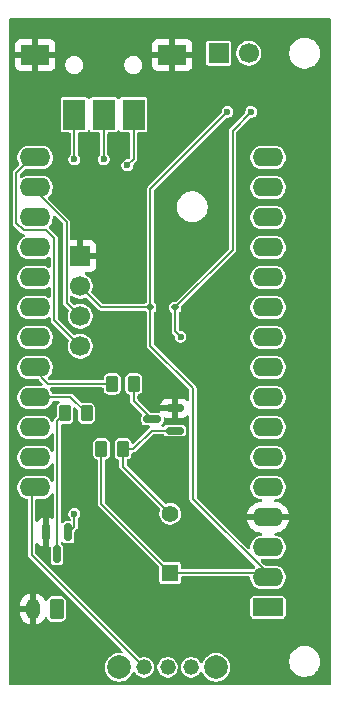
<source format=gbl>
G04 #@! TF.GenerationSoftware,KiCad,Pcbnew,9.0.2*
G04 #@! TF.CreationDate,2025-06-24T11:01:01+02:00*
G04 #@! TF.ProjectId,SenseMatePCB,53656e73-654d-4617-9465-5043422e6b69,rev?*
G04 #@! TF.SameCoordinates,Original*
G04 #@! TF.FileFunction,Copper,L2,Bot*
G04 #@! TF.FilePolarity,Positive*
%FSLAX46Y46*%
G04 Gerber Fmt 4.6, Leading zero omitted, Abs format (unit mm)*
G04 Created by KiCad (PCBNEW 9.0.2) date 2025-06-24 11:01:01*
%MOMM*%
%LPD*%
G01*
G04 APERTURE LIST*
G04 Aperture macros list*
%AMRoundRect*
0 Rectangle with rounded corners*
0 $1 Rounding radius*
0 $2 $3 $4 $5 $6 $7 $8 $9 X,Y pos of 4 corners*
0 Add a 4 corners polygon primitive as box body*
4,1,4,$2,$3,$4,$5,$6,$7,$8,$9,$2,$3,0*
0 Add four circle primitives for the rounded corners*
1,1,$1+$1,$2,$3*
1,1,$1+$1,$4,$5*
1,1,$1+$1,$6,$7*
1,1,$1+$1,$8,$9*
0 Add four rect primitives between the rounded corners*
20,1,$1+$1,$2,$3,$4,$5,0*
20,1,$1+$1,$4,$5,$6,$7,0*
20,1,$1+$1,$6,$7,$8,$9,0*
20,1,$1+$1,$8,$9,$2,$3,0*%
G04 Aperture macros list end*
G04 #@! TA.AperFunction,ComponentPad*
%ADD10C,1.320800*%
G04 #@! TD*
G04 #@! TA.AperFunction,ComponentPad*
%ADD11C,2.006600*%
G04 #@! TD*
G04 #@! TA.AperFunction,ComponentPad*
%ADD12RoundRect,0.250000X1.050000X0.550000X-1.050000X0.550000X-1.050000X-0.550000X1.050000X-0.550000X0*%
G04 #@! TD*
G04 #@! TA.AperFunction,ComponentPad*
%ADD13O,2.600000X1.600000*%
G04 #@! TD*
G04 #@! TA.AperFunction,ComponentPad*
%ADD14R,1.700000X1.700000*%
G04 #@! TD*
G04 #@! TA.AperFunction,ComponentPad*
%ADD15C,1.700000*%
G04 #@! TD*
G04 #@! TA.AperFunction,SMDPad,CuDef*
%ADD16RoundRect,0.250000X0.262500X0.450000X-0.262500X0.450000X-0.262500X-0.450000X0.262500X-0.450000X0*%
G04 #@! TD*
G04 #@! TA.AperFunction,SMDPad,CuDef*
%ADD17RoundRect,0.150000X-0.150000X0.587500X-0.150000X-0.587500X0.150000X-0.587500X0.150000X0.587500X0*%
G04 #@! TD*
G04 #@! TA.AperFunction,ComponentPad*
%ADD18RoundRect,0.250000X0.350000X0.625000X-0.350000X0.625000X-0.350000X-0.625000X0.350000X-0.625000X0*%
G04 #@! TD*
G04 #@! TA.AperFunction,ComponentPad*
%ADD19O,1.200000X1.750000*%
G04 #@! TD*
G04 #@! TA.AperFunction,SMDPad,CuDef*
%ADD20RoundRect,0.250000X-0.262500X-0.450000X0.262500X-0.450000X0.262500X0.450000X-0.262500X0.450000X0*%
G04 #@! TD*
G04 #@! TA.AperFunction,SMDPad,CuDef*
%ADD21R,1.950000X2.600000*%
G04 #@! TD*
G04 #@! TA.AperFunction,SMDPad,CuDef*
%ADD22R,1.900000X2.600000*%
G04 #@! TD*
G04 #@! TA.AperFunction,SMDPad,CuDef*
%ADD23R,2.400000X1.700000*%
G04 #@! TD*
G04 #@! TA.AperFunction,SMDPad,CuDef*
%ADD24RoundRect,0.112500X-0.187500X-0.112500X0.187500X-0.112500X0.187500X0.112500X-0.187500X0.112500X0*%
G04 #@! TD*
G04 #@! TA.AperFunction,SMDPad,CuDef*
%ADD25RoundRect,0.150000X0.587500X0.150000X-0.587500X0.150000X-0.587500X-0.150000X0.587500X-0.150000X0*%
G04 #@! TD*
G04 #@! TA.AperFunction,ComponentPad*
%ADD26R,1.422400X1.422400*%
G04 #@! TD*
G04 #@! TA.AperFunction,ComponentPad*
%ADD27C,1.422400*%
G04 #@! TD*
G04 #@! TA.AperFunction,ViaPad*
%ADD28C,0.600000*%
G04 #@! TD*
G04 #@! TA.AperFunction,Conductor*
%ADD29C,0.200000*%
G04 #@! TD*
G04 APERTURE END LIST*
D10*
X104900001Y-110500000D03*
X106900001Y-110500000D03*
X108900002Y-110500000D03*
D11*
X102800002Y-110500000D03*
X111000000Y-110500000D03*
D12*
X115413900Y-105417001D03*
D13*
X115413900Y-102877001D03*
X115413900Y-100337001D03*
X115413900Y-97797001D03*
X115413900Y-95257001D03*
X115413900Y-92717001D03*
X115413900Y-90177001D03*
X115413900Y-87637001D03*
X115413900Y-85097001D03*
X115413900Y-82557001D03*
X115413900Y-80017001D03*
X115413900Y-77477001D03*
X115413900Y-74937001D03*
X115413900Y-72397001D03*
X115413900Y-69857001D03*
X115413900Y-67317001D03*
X95693900Y-67317001D03*
X95693900Y-69857001D03*
X95693900Y-72397001D03*
X95693900Y-74937001D03*
X95693900Y-77477001D03*
X95693900Y-80017001D03*
X95693900Y-82557001D03*
X95693900Y-85097001D03*
X95693900Y-87637001D03*
X95693900Y-90177001D03*
X95693900Y-92717001D03*
X95693900Y-95257001D03*
D14*
X111225000Y-58500000D03*
D15*
X113765000Y-58500000D03*
D16*
X103125000Y-92000000D03*
X101300000Y-92000000D03*
D17*
X96612500Y-99062500D03*
X98512500Y-99062500D03*
X97562500Y-100937500D03*
D18*
X97500000Y-105550000D03*
D19*
X95500000Y-105550000D03*
D20*
X98212500Y-89000000D03*
X100037500Y-89000000D03*
D21*
X104025000Y-63700000D03*
D22*
X99000000Y-63700000D03*
D23*
X107300000Y-58650000D03*
X95700000Y-58650000D03*
D22*
X101500000Y-63700000D03*
D24*
X105450000Y-80000000D03*
X107550000Y-80000000D03*
D16*
X104037500Y-86500000D03*
X102212500Y-86500000D03*
D25*
X107500000Y-88550000D03*
X107500000Y-90450000D03*
X105625000Y-89500000D03*
D26*
X107125000Y-102500000D03*
D27*
X107125000Y-97500000D03*
D14*
X99500000Y-75690000D03*
D15*
X99500000Y-78230000D03*
X99500000Y-80770000D03*
X99500000Y-83310000D03*
D28*
X103500000Y-68000000D03*
X101500000Y-67500000D03*
X99000000Y-67500000D03*
X111975000Y-63475000D03*
X99000000Y-97500000D03*
X108000000Y-82500000D03*
X113975000Y-63475000D03*
D29*
X96796899Y-86500000D02*
X95393900Y-85097001D01*
X102212500Y-86500000D02*
X96796899Y-86500000D01*
X95393900Y-87637001D02*
X98674501Y-87637001D01*
X98674501Y-87637001D02*
X100037500Y-89000000D01*
X95393900Y-100993899D02*
X104900001Y-110500000D01*
X95393900Y-95257001D02*
X95393900Y-100993899D01*
X104025000Y-67475000D02*
X104025000Y-63700000D01*
X103500000Y-68000000D02*
X104025000Y-67475000D01*
X101500000Y-67500000D02*
X101500000Y-63700000D01*
X99000000Y-67500000D02*
X98975000Y-67475000D01*
X99000000Y-63700000D02*
X99000000Y-67500000D01*
X109051000Y-96214101D02*
X109051000Y-86861000D01*
X115713900Y-102877001D02*
X109051000Y-96214101D01*
X101270000Y-80000000D02*
X105450000Y-80000000D01*
X107125000Y-102500000D02*
X115336899Y-102500000D01*
X115336899Y-102500000D02*
X115713900Y-102877001D01*
X105450000Y-70000000D02*
X111975000Y-63475000D01*
X111975000Y-63475000D02*
X112000000Y-63450000D01*
X105450000Y-80000000D02*
X105450000Y-70000000D01*
X105450000Y-83260000D02*
X105450000Y-80000000D01*
X101300000Y-96675000D02*
X101300000Y-92000000D01*
X109051000Y-86861000D02*
X105450000Y-83260000D01*
X107125000Y-102500000D02*
X101300000Y-96675000D01*
X99500000Y-78230000D02*
X101270000Y-80000000D01*
X98512500Y-99062500D02*
X99000000Y-98575000D01*
X99000000Y-98575000D02*
X99000000Y-97500000D01*
X107550000Y-80000000D02*
X112401000Y-75149000D01*
X108000000Y-82500000D02*
X107550000Y-82050000D01*
X107550000Y-82050000D02*
X107550000Y-80000000D01*
X112401000Y-65049000D02*
X113975000Y-63475000D01*
X112401000Y-75149000D02*
X112401000Y-65049000D01*
X113975000Y-63475000D02*
X114000000Y-63450000D01*
X105625000Y-89500000D02*
X104037500Y-87912500D01*
X104037500Y-87912500D02*
X104037500Y-86500000D01*
X103125000Y-93500000D02*
X107125000Y-97500000D01*
X103125000Y-92000000D02*
X104000000Y-92000000D01*
X103125000Y-92000000D02*
X103125000Y-93500000D01*
X105550000Y-90450000D02*
X107500000Y-90450000D01*
X104000000Y-92000000D02*
X105550000Y-90450000D01*
X98212500Y-89000000D02*
X97562500Y-89650000D01*
X97562500Y-89650000D02*
X97562500Y-100937500D01*
X98349000Y-72812101D02*
X95393900Y-69857001D01*
X98349000Y-79619000D02*
X98349000Y-72812101D01*
X99500000Y-80770000D02*
X98349000Y-79619000D01*
X97294900Y-81104900D02*
X97294900Y-74142952D01*
X99500000Y-83310000D02*
X97294900Y-81104900D01*
X94092900Y-68618001D02*
X95393900Y-67317001D01*
X94092900Y-72853050D02*
X94092900Y-68618001D01*
X96649949Y-73498001D02*
X94737851Y-73498001D01*
X97294900Y-74142952D02*
X96649949Y-73498001D01*
X94737851Y-73498001D02*
X94092900Y-72853050D01*
G04 #@! TA.AperFunction,Conductor*
G36*
X99034075Y-75497007D02*
G01*
X99000000Y-75624174D01*
X99000000Y-75755826D01*
X99034075Y-75882993D01*
X99066988Y-75940000D01*
X98773500Y-75940000D01*
X98706461Y-75920315D01*
X98660706Y-75867511D01*
X98649500Y-75816000D01*
X98649500Y-75564000D01*
X98669185Y-75496961D01*
X98721989Y-75451206D01*
X98773500Y-75440000D01*
X99066988Y-75440000D01*
X99034075Y-75497007D01*
G37*
G04 #@! TD.AperFunction*
G04 #@! TA.AperFunction,Conductor*
G36*
X120692539Y-55520185D02*
G01*
X120738294Y-55572989D01*
X120749500Y-55624500D01*
X120749500Y-111875500D01*
X120729815Y-111942539D01*
X120677011Y-111988294D01*
X120625500Y-111999500D01*
X93624500Y-111999500D01*
X93557461Y-111979815D01*
X93511706Y-111927011D01*
X93500500Y-111875500D01*
X93500500Y-105188428D01*
X94400000Y-105188428D01*
X94400000Y-105300000D01*
X95219670Y-105300000D01*
X95199925Y-105319745D01*
X95150556Y-105405255D01*
X95125000Y-105500630D01*
X95125000Y-105599370D01*
X95150556Y-105694745D01*
X95199925Y-105780255D01*
X95219670Y-105800000D01*
X94400000Y-105800000D01*
X94400000Y-105911571D01*
X94427085Y-106082584D01*
X94480591Y-106247257D01*
X94559195Y-106401524D01*
X94660967Y-106541602D01*
X94783397Y-106664032D01*
X94923475Y-106765804D01*
X95077744Y-106844408D01*
X95242415Y-106897914D01*
X95242414Y-106897914D01*
X95249999Y-106899115D01*
X95250000Y-106899114D01*
X95250000Y-105830330D01*
X95269745Y-105850075D01*
X95355255Y-105899444D01*
X95450630Y-105925000D01*
X95549370Y-105925000D01*
X95644745Y-105899444D01*
X95730255Y-105850075D01*
X95750000Y-105830330D01*
X95750000Y-106899115D01*
X95757584Y-106897914D01*
X95922255Y-106844408D01*
X96076524Y-106765804D01*
X96216602Y-106664032D01*
X96339032Y-106541602D01*
X96440804Y-106401524D01*
X96493579Y-106297948D01*
X96541554Y-106247152D01*
X96609375Y-106230357D01*
X96675509Y-106252894D01*
X96718961Y-106307609D01*
X96721105Y-106313288D01*
X96747206Y-106387880D01*
X96747207Y-106387882D01*
X96827850Y-106497150D01*
X96937118Y-106577793D01*
X96979845Y-106592744D01*
X97065299Y-106622646D01*
X97095730Y-106625500D01*
X97095734Y-106625500D01*
X97904270Y-106625500D01*
X97934699Y-106622646D01*
X97934701Y-106622646D01*
X97998790Y-106600219D01*
X98062882Y-106577793D01*
X98172150Y-106497150D01*
X98252793Y-106387882D01*
X98275219Y-106323790D01*
X98297646Y-106259701D01*
X98297646Y-106259699D01*
X98300500Y-106229269D01*
X98300500Y-104870730D01*
X98297646Y-104840300D01*
X98297646Y-104840298D01*
X98252793Y-104712119D01*
X98252792Y-104712117D01*
X98242724Y-104698475D01*
X98172150Y-104602850D01*
X98062882Y-104522207D01*
X98062880Y-104522206D01*
X97934700Y-104477353D01*
X97904270Y-104474500D01*
X97904266Y-104474500D01*
X97095734Y-104474500D01*
X97095730Y-104474500D01*
X97065300Y-104477353D01*
X97065298Y-104477353D01*
X96937119Y-104522206D01*
X96937117Y-104522207D01*
X96827850Y-104602850D01*
X96747207Y-104712117D01*
X96721105Y-104786712D01*
X96680383Y-104843487D01*
X96615430Y-104869234D01*
X96546868Y-104855777D01*
X96496466Y-104807389D01*
X96493579Y-104802051D01*
X96440804Y-104698475D01*
X96339032Y-104558397D01*
X96216602Y-104435967D01*
X96076524Y-104334195D01*
X95922257Y-104255591D01*
X95757589Y-104202087D01*
X95757581Y-104202085D01*
X95750000Y-104200884D01*
X95750000Y-105269670D01*
X95730255Y-105249925D01*
X95644745Y-105200556D01*
X95549370Y-105175000D01*
X95450630Y-105175000D01*
X95355255Y-105200556D01*
X95269745Y-105249925D01*
X95250000Y-105269670D01*
X95250000Y-104200884D01*
X95249999Y-104200884D01*
X95242418Y-104202085D01*
X95242410Y-104202087D01*
X95077742Y-104255591D01*
X94923475Y-104334195D01*
X94783397Y-104435967D01*
X94660967Y-104558397D01*
X94559195Y-104698475D01*
X94480591Y-104852742D01*
X94427085Y-105017415D01*
X94400000Y-105188428D01*
X93500500Y-105188428D01*
X93500500Y-85195544D01*
X94193399Y-85195544D01*
X94231847Y-85388830D01*
X94231850Y-85388840D01*
X94307264Y-85570908D01*
X94307271Y-85570921D01*
X94416760Y-85734782D01*
X94416763Y-85734786D01*
X94556114Y-85874137D01*
X94556118Y-85874140D01*
X94719979Y-85983629D01*
X94719992Y-85983636D01*
X94902060Y-86059050D01*
X94902065Y-86059052D01*
X94902069Y-86059052D01*
X94902070Y-86059053D01*
X95095356Y-86097501D01*
X95095359Y-86097501D01*
X95918067Y-86097501D01*
X95985106Y-86117186D01*
X96005748Y-86133820D01*
X96296748Y-86424820D01*
X96330233Y-86486143D01*
X96325249Y-86555835D01*
X96283377Y-86611768D01*
X96217913Y-86636185D01*
X96209067Y-86636501D01*
X95095357Y-86636501D01*
X94902070Y-86674948D01*
X94902060Y-86674951D01*
X94719992Y-86750365D01*
X94719979Y-86750372D01*
X94556118Y-86859861D01*
X94556114Y-86859864D01*
X94416763Y-86999215D01*
X94416760Y-86999219D01*
X94307271Y-87163080D01*
X94307264Y-87163093D01*
X94231850Y-87345161D01*
X94231847Y-87345171D01*
X94193400Y-87538457D01*
X94193400Y-87538460D01*
X94193400Y-87735542D01*
X94193400Y-87735544D01*
X94193399Y-87735544D01*
X94231847Y-87928830D01*
X94231850Y-87928840D01*
X94307264Y-88110908D01*
X94307271Y-88110921D01*
X94416760Y-88274782D01*
X94416763Y-88274786D01*
X94556114Y-88414137D01*
X94556118Y-88414140D01*
X94719979Y-88523629D01*
X94719992Y-88523636D01*
X94902060Y-88599050D01*
X94902065Y-88599052D01*
X94902069Y-88599052D01*
X94902070Y-88599053D01*
X95095356Y-88637501D01*
X95095359Y-88637501D01*
X96292443Y-88637501D01*
X96422482Y-88611633D01*
X96485735Y-88599052D01*
X96667814Y-88523633D01*
X96831682Y-88414140D01*
X96971039Y-88274783D01*
X97080532Y-88110915D01*
X97084079Y-88102353D01*
X97120655Y-88014049D01*
X97164495Y-87959645D01*
X97230789Y-87937580D01*
X97235216Y-87937501D01*
X97644428Y-87937501D01*
X97711467Y-87957186D01*
X97757222Y-88009990D01*
X97767166Y-88079148D01*
X97738141Y-88142704D01*
X97718062Y-88161271D01*
X97627850Y-88227850D01*
X97547207Y-88337117D01*
X97547206Y-88337119D01*
X97502353Y-88465298D01*
X97502353Y-88465300D01*
X97499500Y-88495730D01*
X97499500Y-89236667D01*
X97479815Y-89303706D01*
X97463181Y-89324348D01*
X97322041Y-89465487D01*
X97322035Y-89465495D01*
X97282482Y-89534004D01*
X97282477Y-89534015D01*
X97263170Y-89606069D01*
X97226805Y-89665729D01*
X97163958Y-89696257D01*
X97094582Y-89687962D01*
X97040705Y-89643476D01*
X97040294Y-89642865D01*
X96971039Y-89539219D01*
X96971036Y-89539215D01*
X96831685Y-89399864D01*
X96831681Y-89399861D01*
X96667820Y-89290372D01*
X96667807Y-89290365D01*
X96485739Y-89214951D01*
X96485729Y-89214948D01*
X96292443Y-89176501D01*
X96292441Y-89176501D01*
X95095359Y-89176501D01*
X95095357Y-89176501D01*
X94902070Y-89214948D01*
X94902060Y-89214951D01*
X94719992Y-89290365D01*
X94719979Y-89290372D01*
X94556118Y-89399861D01*
X94556114Y-89399864D01*
X94416763Y-89539215D01*
X94416760Y-89539219D01*
X94307271Y-89703080D01*
X94307264Y-89703093D01*
X94231850Y-89885161D01*
X94231847Y-89885171D01*
X94193400Y-90078457D01*
X94193400Y-90078460D01*
X94193400Y-90275542D01*
X94193400Y-90275544D01*
X94193399Y-90275544D01*
X94231847Y-90468830D01*
X94231850Y-90468840D01*
X94307264Y-90650908D01*
X94307271Y-90650921D01*
X94416760Y-90814782D01*
X94416763Y-90814786D01*
X94556114Y-90954137D01*
X94556118Y-90954140D01*
X94719979Y-91063629D01*
X94719992Y-91063636D01*
X94813467Y-91102354D01*
X94902065Y-91139052D01*
X94902069Y-91139052D01*
X94902070Y-91139053D01*
X95095356Y-91177501D01*
X95095359Y-91177501D01*
X96292443Y-91177501D01*
X96422482Y-91151633D01*
X96485735Y-91139052D01*
X96667814Y-91063633D01*
X96831682Y-90954140D01*
X96971039Y-90814783D01*
X97012098Y-90753334D01*
X97034898Y-90719212D01*
X97088510Y-90674406D01*
X97157835Y-90665699D01*
X97220862Y-90695853D01*
X97257582Y-90755296D01*
X97262000Y-90788102D01*
X97262000Y-92105899D01*
X97242315Y-92172938D01*
X97189511Y-92218693D01*
X97120353Y-92228637D01*
X97056797Y-92199612D01*
X97034898Y-92174790D01*
X96971039Y-92079219D01*
X96971036Y-92079215D01*
X96831685Y-91939864D01*
X96831681Y-91939861D01*
X96667820Y-91830372D01*
X96667807Y-91830365D01*
X96485739Y-91754951D01*
X96485729Y-91754948D01*
X96292443Y-91716501D01*
X96292441Y-91716501D01*
X95095359Y-91716501D01*
X95095357Y-91716501D01*
X94902070Y-91754948D01*
X94902060Y-91754951D01*
X94719992Y-91830365D01*
X94719979Y-91830372D01*
X94556118Y-91939861D01*
X94556114Y-91939864D01*
X94416763Y-92079215D01*
X94416760Y-92079219D01*
X94307271Y-92243080D01*
X94307264Y-92243093D01*
X94231850Y-92425161D01*
X94231847Y-92425171D01*
X94193400Y-92618457D01*
X94193400Y-92618460D01*
X94193400Y-92815542D01*
X94193400Y-92815544D01*
X94193399Y-92815544D01*
X94231847Y-93008830D01*
X94231850Y-93008840D01*
X94307264Y-93190908D01*
X94307271Y-93190921D01*
X94416760Y-93354782D01*
X94416763Y-93354786D01*
X94556114Y-93494137D01*
X94556118Y-93494140D01*
X94719979Y-93603629D01*
X94719992Y-93603636D01*
X94902060Y-93679050D01*
X94902065Y-93679052D01*
X94902069Y-93679052D01*
X94902070Y-93679053D01*
X95095356Y-93717501D01*
X95095359Y-93717501D01*
X96292443Y-93717501D01*
X96422482Y-93691633D01*
X96485735Y-93679052D01*
X96667814Y-93603633D01*
X96831682Y-93494140D01*
X96971039Y-93354783D01*
X97010787Y-93295296D01*
X97034898Y-93259212D01*
X97088510Y-93214406D01*
X97157835Y-93205699D01*
X97220862Y-93235853D01*
X97257582Y-93295296D01*
X97262000Y-93328102D01*
X97262000Y-94645899D01*
X97242315Y-94712938D01*
X97189511Y-94758693D01*
X97120353Y-94768637D01*
X97056797Y-94739612D01*
X97034898Y-94714790D01*
X96971039Y-94619219D01*
X96971036Y-94619215D01*
X96831685Y-94479864D01*
X96831681Y-94479861D01*
X96667820Y-94370372D01*
X96667807Y-94370365D01*
X96485739Y-94294951D01*
X96485729Y-94294948D01*
X96292443Y-94256501D01*
X96292441Y-94256501D01*
X95095359Y-94256501D01*
X95095357Y-94256501D01*
X94902070Y-94294948D01*
X94902060Y-94294951D01*
X94719992Y-94370365D01*
X94719979Y-94370372D01*
X94556118Y-94479861D01*
X94556114Y-94479864D01*
X94416763Y-94619215D01*
X94416760Y-94619219D01*
X94307271Y-94783080D01*
X94307264Y-94783093D01*
X94231850Y-94965161D01*
X94231847Y-94965171D01*
X94193400Y-95158457D01*
X94193400Y-95158460D01*
X94193400Y-95355542D01*
X94193400Y-95355544D01*
X94193399Y-95355544D01*
X94231847Y-95548830D01*
X94231850Y-95548840D01*
X94307264Y-95730908D01*
X94307271Y-95730921D01*
X94416760Y-95894782D01*
X94416763Y-95894786D01*
X94556114Y-96034137D01*
X94556118Y-96034140D01*
X94719979Y-96143629D01*
X94719992Y-96143636D01*
X94856545Y-96200197D01*
X94902065Y-96219052D01*
X94993594Y-96237258D01*
X95055501Y-96269641D01*
X95090076Y-96330356D01*
X95093400Y-96358874D01*
X95093400Y-101033461D01*
X95107052Y-101084412D01*
X95113879Y-101109889D01*
X95113880Y-101109890D01*
X95153170Y-101177943D01*
X95153438Y-101178407D01*
X95153441Y-101178411D01*
X103072227Y-109097197D01*
X103105712Y-109158520D01*
X103100728Y-109228212D01*
X103058856Y-109284145D01*
X102993392Y-109308562D01*
X102965148Y-109307351D01*
X102922147Y-109300540D01*
X102894743Y-109296200D01*
X102705261Y-109296200D01*
X102642878Y-109306080D01*
X102518110Y-109325842D01*
X102337905Y-109384393D01*
X102337902Y-109384394D01*
X102169072Y-109470418D01*
X102127282Y-109500781D01*
X102015779Y-109581793D01*
X102015777Y-109581795D01*
X102015776Y-109581795D01*
X101881797Y-109715774D01*
X101881797Y-109715775D01*
X101881795Y-109715777D01*
X101833963Y-109781610D01*
X101770420Y-109869070D01*
X101684396Y-110037900D01*
X101684395Y-110037903D01*
X101625844Y-110218108D01*
X101596202Y-110405259D01*
X101596202Y-110594740D01*
X101625844Y-110781891D01*
X101684395Y-110962096D01*
X101684396Y-110962099D01*
X101760920Y-111112284D01*
X101770420Y-111130929D01*
X101881795Y-111284223D01*
X102015779Y-111418207D01*
X102169073Y-111529582D01*
X102251879Y-111571773D01*
X102337902Y-111615605D01*
X102337905Y-111615606D01*
X102428007Y-111644881D01*
X102518112Y-111674158D01*
X102705261Y-111703800D01*
X102705262Y-111703800D01*
X102894742Y-111703800D01*
X102894743Y-111703800D01*
X103081892Y-111674158D01*
X103262101Y-111615605D01*
X103430931Y-111529582D01*
X103584225Y-111418207D01*
X103718209Y-111284223D01*
X103829584Y-111130929D01*
X103915607Y-110962099D01*
X103920939Y-110945687D01*
X103960375Y-110888011D01*
X104024733Y-110860812D01*
X104093580Y-110872724D01*
X104141973Y-110915112D01*
X104231295Y-111048791D01*
X104231298Y-111048795D01*
X104351205Y-111168702D01*
X104351209Y-111168705D01*
X104492205Y-111262916D01*
X104492209Y-111262918D01*
X104492212Y-111262920D01*
X104648886Y-111327817D01*
X104815205Y-111360899D01*
X104815209Y-111360900D01*
X104815210Y-111360900D01*
X104984793Y-111360900D01*
X104984794Y-111360899D01*
X105151116Y-111327817D01*
X105307790Y-111262920D01*
X105448793Y-111168705D01*
X105568706Y-111048792D01*
X105662921Y-110907789D01*
X105727818Y-110751115D01*
X105760901Y-110584791D01*
X105760901Y-110415209D01*
X105760900Y-110415204D01*
X106039101Y-110415204D01*
X106039101Y-110584795D01*
X106072182Y-110751107D01*
X106072185Y-110751117D01*
X106137079Y-110907785D01*
X106137084Y-110907795D01*
X106231295Y-111048791D01*
X106231298Y-111048795D01*
X106351205Y-111168702D01*
X106351209Y-111168705D01*
X106492205Y-111262916D01*
X106492209Y-111262918D01*
X106492212Y-111262920D01*
X106648886Y-111327817D01*
X106815205Y-111360899D01*
X106815209Y-111360900D01*
X106815210Y-111360900D01*
X106984793Y-111360900D01*
X106984794Y-111360899D01*
X107151116Y-111327817D01*
X107307790Y-111262920D01*
X107448793Y-111168705D01*
X107568706Y-111048792D01*
X107662921Y-110907789D01*
X107727818Y-110751115D01*
X107760901Y-110584791D01*
X107760901Y-110415209D01*
X107760900Y-110415204D01*
X108039102Y-110415204D01*
X108039102Y-110584795D01*
X108072183Y-110751107D01*
X108072186Y-110751117D01*
X108137080Y-110907785D01*
X108137085Y-110907795D01*
X108231296Y-111048791D01*
X108231299Y-111048795D01*
X108351206Y-111168702D01*
X108351210Y-111168705D01*
X108492206Y-111262916D01*
X108492210Y-111262918D01*
X108492213Y-111262920D01*
X108648887Y-111327817D01*
X108815206Y-111360899D01*
X108815210Y-111360900D01*
X108815211Y-111360900D01*
X108984794Y-111360900D01*
X108984795Y-111360899D01*
X109151117Y-111327817D01*
X109307791Y-111262920D01*
X109448794Y-111168705D01*
X109568707Y-111048792D01*
X109658028Y-110915114D01*
X109711640Y-110870308D01*
X109780965Y-110861601D01*
X109843992Y-110891755D01*
X109879060Y-110945682D01*
X109884394Y-110962097D01*
X109884394Y-110962099D01*
X109960918Y-111112284D01*
X109970418Y-111130929D01*
X110081793Y-111284223D01*
X110215777Y-111418207D01*
X110369071Y-111529582D01*
X110451877Y-111571773D01*
X110537900Y-111615605D01*
X110537903Y-111615606D01*
X110628005Y-111644881D01*
X110718110Y-111674158D01*
X110905259Y-111703800D01*
X110905260Y-111703800D01*
X111094740Y-111703800D01*
X111094741Y-111703800D01*
X111281890Y-111674158D01*
X111462099Y-111615605D01*
X111630929Y-111529582D01*
X111784223Y-111418207D01*
X111918207Y-111284223D01*
X112029582Y-111130929D01*
X112115605Y-110962099D01*
X112174158Y-110781890D01*
X112203800Y-110594741D01*
X112203800Y-110405259D01*
X112174158Y-110218110D01*
X112144643Y-110127270D01*
X112115606Y-110037903D01*
X112115604Y-110037900D01*
X112070344Y-109949071D01*
X112066565Y-109941655D01*
X112044143Y-109897648D01*
X117199500Y-109897648D01*
X117199500Y-110102351D01*
X117231522Y-110304534D01*
X117294781Y-110499223D01*
X117387715Y-110681613D01*
X117508028Y-110847213D01*
X117652786Y-110991971D01*
X117807749Y-111104556D01*
X117818390Y-111112287D01*
X117929111Y-111168702D01*
X118000776Y-111205218D01*
X118000778Y-111205218D01*
X118000781Y-111205220D01*
X118105137Y-111239127D01*
X118195465Y-111268477D01*
X118294881Y-111284223D01*
X118397648Y-111300500D01*
X118397649Y-111300500D01*
X118602351Y-111300500D01*
X118602352Y-111300500D01*
X118804534Y-111268477D01*
X118999219Y-111205220D01*
X119181610Y-111112287D01*
X119274590Y-111044732D01*
X119347213Y-110991971D01*
X119347215Y-110991968D01*
X119347219Y-110991966D01*
X119491966Y-110847219D01*
X119491968Y-110847215D01*
X119491971Y-110847213D01*
X119544732Y-110774590D01*
X119612287Y-110681610D01*
X119705220Y-110499219D01*
X119768477Y-110304534D01*
X119800500Y-110102352D01*
X119800500Y-109897648D01*
X119768477Y-109695466D01*
X119767476Y-109692386D01*
X119731542Y-109581793D01*
X119705220Y-109500781D01*
X119705218Y-109500778D01*
X119705218Y-109500776D01*
X119645918Y-109384395D01*
X119612287Y-109318390D01*
X119587407Y-109284145D01*
X119491971Y-109152786D01*
X119347213Y-109008028D01*
X119181613Y-108887715D01*
X119181612Y-108887714D01*
X119181610Y-108887713D01*
X119124653Y-108858691D01*
X118999223Y-108794781D01*
X118804534Y-108731522D01*
X118629995Y-108703878D01*
X118602352Y-108699500D01*
X118397648Y-108699500D01*
X118373329Y-108703351D01*
X118195465Y-108731522D01*
X118000776Y-108794781D01*
X117818386Y-108887715D01*
X117652786Y-109008028D01*
X117508028Y-109152786D01*
X117387715Y-109318386D01*
X117294781Y-109500776D01*
X117231522Y-109695465D01*
X117199500Y-109897648D01*
X112044143Y-109897648D01*
X112029582Y-109869071D01*
X111918207Y-109715777D01*
X111784223Y-109581793D01*
X111630929Y-109470418D01*
X111462099Y-109384394D01*
X111462096Y-109384393D01*
X111281891Y-109325842D01*
X111165144Y-109307351D01*
X111094741Y-109296200D01*
X110905259Y-109296200D01*
X110842876Y-109306080D01*
X110718108Y-109325842D01*
X110537903Y-109384393D01*
X110537900Y-109384394D01*
X110369070Y-109470418D01*
X110327280Y-109500781D01*
X110215777Y-109581793D01*
X110215775Y-109581795D01*
X110215774Y-109581795D01*
X110081795Y-109715774D01*
X110081795Y-109715775D01*
X110081793Y-109715777D01*
X110033961Y-109781610D01*
X109970418Y-109869070D01*
X109884394Y-110037900D01*
X109884392Y-110037906D01*
X109879059Y-110054319D01*
X109839619Y-110111992D01*
X109775259Y-110139187D01*
X109706413Y-110127270D01*
X109658028Y-110084886D01*
X109568707Y-109951208D01*
X109568704Y-109951204D01*
X109448797Y-109831297D01*
X109448793Y-109831294D01*
X109307797Y-109737083D01*
X109307787Y-109737078D01*
X109181859Y-109684917D01*
X109151117Y-109672183D01*
X109151113Y-109672182D01*
X109151109Y-109672181D01*
X108984797Y-109639100D01*
X108984793Y-109639100D01*
X108815211Y-109639100D01*
X108815206Y-109639100D01*
X108648894Y-109672181D01*
X108648884Y-109672184D01*
X108492216Y-109737078D01*
X108492206Y-109737083D01*
X108351210Y-109831294D01*
X108351206Y-109831297D01*
X108231299Y-109951204D01*
X108231296Y-109951208D01*
X108137085Y-110092204D01*
X108137080Y-110092214D01*
X108072186Y-110248882D01*
X108072183Y-110248892D01*
X108039102Y-110415204D01*
X107760900Y-110415204D01*
X107727818Y-110248885D01*
X107662921Y-110092211D01*
X107662919Y-110092208D01*
X107662917Y-110092204D01*
X107568706Y-109951208D01*
X107568703Y-109951204D01*
X107448796Y-109831297D01*
X107448792Y-109831294D01*
X107307796Y-109737083D01*
X107307786Y-109737078D01*
X107181858Y-109684917D01*
X107151116Y-109672183D01*
X107151112Y-109672182D01*
X107151108Y-109672181D01*
X106984796Y-109639100D01*
X106984792Y-109639100D01*
X106815210Y-109639100D01*
X106815205Y-109639100D01*
X106648893Y-109672181D01*
X106648883Y-109672184D01*
X106492215Y-109737078D01*
X106492205Y-109737083D01*
X106351209Y-109831294D01*
X106351205Y-109831297D01*
X106231298Y-109951204D01*
X106231295Y-109951208D01*
X106137084Y-110092204D01*
X106137079Y-110092214D01*
X106072185Y-110248882D01*
X106072182Y-110248892D01*
X106039101Y-110415204D01*
X105760900Y-110415204D01*
X105727818Y-110248885D01*
X105662921Y-110092211D01*
X105662919Y-110092208D01*
X105662917Y-110092204D01*
X105568706Y-109951208D01*
X105568703Y-109951204D01*
X105448796Y-109831297D01*
X105448792Y-109831294D01*
X105307796Y-109737083D01*
X105307786Y-109737078D01*
X105181858Y-109684917D01*
X105151116Y-109672183D01*
X105151112Y-109672182D01*
X105151108Y-109672181D01*
X104984796Y-109639100D01*
X104984792Y-109639100D01*
X104815210Y-109639100D01*
X104815205Y-109639100D01*
X104648893Y-109672181D01*
X104648878Y-109672185D01*
X104618142Y-109684917D01*
X104548672Y-109692386D01*
X104486193Y-109661110D01*
X104483009Y-109658037D01*
X99637703Y-104812731D01*
X113913400Y-104812731D01*
X113913400Y-106021270D01*
X113916253Y-106051700D01*
X113916253Y-106051702D01*
X113961106Y-106179881D01*
X113961107Y-106179883D01*
X114041750Y-106289151D01*
X114151018Y-106369794D01*
X114193745Y-106384745D01*
X114279199Y-106414647D01*
X114309630Y-106417501D01*
X114309634Y-106417501D01*
X116518170Y-106417501D01*
X116548599Y-106414647D01*
X116548601Y-106414647D01*
X116625095Y-106387880D01*
X116676782Y-106369794D01*
X116786050Y-106289151D01*
X116866693Y-106179883D01*
X116889119Y-106115791D01*
X116911546Y-106051702D01*
X116911546Y-106051700D01*
X116914400Y-106021270D01*
X116914400Y-104812731D01*
X116911546Y-104782301D01*
X116911546Y-104782299D01*
X116866693Y-104654120D01*
X116866692Y-104654118D01*
X116786050Y-104544851D01*
X116676782Y-104464208D01*
X116676780Y-104464207D01*
X116548600Y-104419354D01*
X116518170Y-104416501D01*
X116518166Y-104416501D01*
X114309634Y-104416501D01*
X114309630Y-104416501D01*
X114279200Y-104419354D01*
X114279198Y-104419354D01*
X114151019Y-104464207D01*
X114151017Y-104464208D01*
X114041750Y-104544851D01*
X113961107Y-104654118D01*
X113961106Y-104654120D01*
X113916253Y-104782299D01*
X113916253Y-104782301D01*
X113913400Y-104812731D01*
X99637703Y-104812731D01*
X95730719Y-100905747D01*
X95697234Y-100844424D01*
X95694400Y-100818066D01*
X95694400Y-100081391D01*
X95714085Y-100014352D01*
X95766889Y-99968597D01*
X95836047Y-99958653D01*
X95899603Y-99987678D01*
X95925133Y-100018271D01*
X95944817Y-100051555D01*
X95944821Y-100051561D01*
X96060938Y-100167678D01*
X96060947Y-100167685D01*
X96202301Y-100251281D01*
X96360014Y-100297100D01*
X96360011Y-100297100D01*
X96362498Y-100297295D01*
X96362500Y-100297295D01*
X96362500Y-97827703D01*
X96360003Y-97827900D01*
X96202306Y-97873716D01*
X96202303Y-97873717D01*
X96060947Y-97957314D01*
X96060938Y-97957321D01*
X95944821Y-98073438D01*
X95944814Y-98073447D01*
X95925132Y-98106729D01*
X95874063Y-98154413D01*
X95805321Y-98166916D01*
X95740732Y-98140270D01*
X95700802Y-98082935D01*
X95694400Y-98043608D01*
X95694400Y-96381501D01*
X95714085Y-96314462D01*
X95766889Y-96268707D01*
X95818400Y-96257501D01*
X96292443Y-96257501D01*
X96422482Y-96231633D01*
X96485735Y-96219052D01*
X96667814Y-96143633D01*
X96831682Y-96034140D01*
X96971039Y-95894783D01*
X97010787Y-95835296D01*
X97034898Y-95799212D01*
X97088510Y-95754406D01*
X97157835Y-95745699D01*
X97220862Y-95775853D01*
X97257582Y-95835296D01*
X97262000Y-95868102D01*
X97262000Y-97797845D01*
X97242315Y-97864884D01*
X97189511Y-97910639D01*
X97120353Y-97920583D01*
X97074880Y-97904578D01*
X97022694Y-97873716D01*
X96864994Y-97827900D01*
X96864997Y-97827900D01*
X96862500Y-97827703D01*
X96862500Y-100297295D01*
X96862501Y-100297295D01*
X96864986Y-100297100D01*
X96903405Y-100285939D01*
X96973275Y-100286139D01*
X97031945Y-100324082D01*
X97060788Y-100387720D01*
X97062000Y-100405016D01*
X97062000Y-101558260D01*
X97071926Y-101626391D01*
X97123303Y-101731485D01*
X97206014Y-101814196D01*
X97206015Y-101814196D01*
X97206017Y-101814198D01*
X97311107Y-101865573D01*
X97345173Y-101870536D01*
X97379239Y-101875500D01*
X97379240Y-101875500D01*
X97745761Y-101875500D01*
X97768471Y-101872191D01*
X97813893Y-101865573D01*
X97918983Y-101814198D01*
X98001698Y-101731483D01*
X98053073Y-101626393D01*
X98063000Y-101558260D01*
X98063000Y-100316740D01*
X98060138Y-100297100D01*
X98058036Y-100282673D01*
X98053073Y-100248607D01*
X98001698Y-100143517D01*
X98001696Y-100143515D01*
X98001696Y-100143514D01*
X97918983Y-100060801D01*
X97914945Y-100057918D01*
X97871824Y-100002942D01*
X97863000Y-99957002D01*
X97863000Y-99945544D01*
X97882685Y-99878505D01*
X97935489Y-99832750D01*
X98004647Y-99822806D01*
X98068203Y-99851831D01*
X98074681Y-99857863D01*
X98156014Y-99939196D01*
X98156015Y-99939196D01*
X98156017Y-99939198D01*
X98261107Y-99990573D01*
X98295173Y-99995536D01*
X98329239Y-100000500D01*
X98329240Y-100000500D01*
X98695761Y-100000500D01*
X98718471Y-99997191D01*
X98763893Y-99990573D01*
X98868983Y-99939198D01*
X98951698Y-99856483D01*
X99003073Y-99751393D01*
X99013000Y-99683260D01*
X99013000Y-99038333D01*
X99032685Y-98971294D01*
X99049319Y-98950652D01*
X99091111Y-98908860D01*
X99240460Y-98759511D01*
X99280021Y-98690989D01*
X99300500Y-98614562D01*
X99300500Y-97958676D01*
X99320185Y-97891637D01*
X99336819Y-97870995D01*
X99344987Y-97862827D01*
X99400500Y-97807314D01*
X99466392Y-97693186D01*
X99500500Y-97565892D01*
X99500500Y-97434108D01*
X99466392Y-97306814D01*
X99461286Y-97297971D01*
X99424391Y-97234067D01*
X99400500Y-97192686D01*
X99307314Y-97099500D01*
X99250250Y-97066554D01*
X99193187Y-97033608D01*
X99129539Y-97016554D01*
X99065892Y-96999500D01*
X98934108Y-96999500D01*
X98806812Y-97033608D01*
X98692686Y-97099500D01*
X98692683Y-97099502D01*
X98599502Y-97192683D01*
X98599500Y-97192686D01*
X98533608Y-97306812D01*
X98499500Y-97434108D01*
X98499500Y-97565891D01*
X98533608Y-97693187D01*
X98555541Y-97731175D01*
X98599500Y-97807314D01*
X98599502Y-97807316D01*
X98663181Y-97870995D01*
X98677884Y-97897922D01*
X98694477Y-97923741D01*
X98695368Y-97929941D01*
X98696666Y-97932318D01*
X98699500Y-97958676D01*
X98699500Y-98000500D01*
X98679815Y-98067539D01*
X98627011Y-98113294D01*
X98575500Y-98124500D01*
X98329239Y-98124500D01*
X98261108Y-98134426D01*
X98156014Y-98185803D01*
X98074681Y-98267137D01*
X98013358Y-98300622D01*
X97943666Y-98295638D01*
X97887733Y-98253766D01*
X97863316Y-98188302D01*
X97863000Y-98179456D01*
X97863000Y-90024500D01*
X97882685Y-89957461D01*
X97935489Y-89911706D01*
X97987000Y-89900500D01*
X98529270Y-89900500D01*
X98559699Y-89897646D01*
X98559701Y-89897646D01*
X98623790Y-89875219D01*
X98687882Y-89852793D01*
X98797150Y-89772150D01*
X98877793Y-89662882D01*
X98900219Y-89598790D01*
X98922646Y-89534701D01*
X98922646Y-89534699D01*
X98925500Y-89504269D01*
X98925500Y-88612333D01*
X98931738Y-88591087D01*
X98933318Y-88568999D01*
X98941390Y-88558215D01*
X98945185Y-88545294D01*
X98961918Y-88530794D01*
X98975190Y-88513066D01*
X98987810Y-88508358D01*
X98997989Y-88499539D01*
X99019906Y-88496387D01*
X99040654Y-88488649D01*
X99053814Y-88491511D01*
X99067147Y-88489595D01*
X99087290Y-88498794D01*
X99108927Y-88503501D01*
X99126652Y-88516769D01*
X99130703Y-88518620D01*
X99137181Y-88524652D01*
X99288181Y-88675652D01*
X99321666Y-88736975D01*
X99324500Y-88763333D01*
X99324500Y-89504269D01*
X99327353Y-89534699D01*
X99327353Y-89534701D01*
X99372206Y-89662880D01*
X99372207Y-89662882D01*
X99452850Y-89772150D01*
X99562118Y-89852793D01*
X99604845Y-89867744D01*
X99690299Y-89897646D01*
X99720730Y-89900500D01*
X99720734Y-89900500D01*
X100354270Y-89900500D01*
X100384699Y-89897646D01*
X100384701Y-89897646D01*
X100448790Y-89875219D01*
X100512882Y-89852793D01*
X100622150Y-89772150D01*
X100702793Y-89662882D01*
X100725219Y-89598790D01*
X100747646Y-89534701D01*
X100747646Y-89534699D01*
X100750500Y-89504269D01*
X100750500Y-88495730D01*
X100747646Y-88465300D01*
X100747646Y-88465298D01*
X100702793Y-88337119D01*
X100702792Y-88337117D01*
X100622150Y-88227850D01*
X100512882Y-88147207D01*
X100512880Y-88147206D01*
X100384700Y-88102353D01*
X100354270Y-88099500D01*
X100354266Y-88099500D01*
X99720734Y-88099500D01*
X99720730Y-88099500D01*
X99690305Y-88102353D01*
X99690296Y-88102355D01*
X99670886Y-88109146D01*
X99601107Y-88112705D01*
X99542255Y-88079784D01*
X98859013Y-87396542D01*
X98859005Y-87396536D01*
X98790496Y-87356983D01*
X98790491Y-87356980D01*
X98765014Y-87350153D01*
X98714063Y-87336501D01*
X98714061Y-87336501D01*
X97235216Y-87336501D01*
X97168177Y-87316816D01*
X97122422Y-87264012D01*
X97120655Y-87259953D01*
X97080535Y-87163093D01*
X97080528Y-87163080D01*
X96967655Y-86994154D01*
X96969830Y-86992700D01*
X96946963Y-86938838D01*
X96958764Y-86869972D01*
X97005923Y-86818418D01*
X97070131Y-86800500D01*
X101375500Y-86800500D01*
X101442539Y-86820185D01*
X101488294Y-86872989D01*
X101499500Y-86924500D01*
X101499500Y-87004269D01*
X101502353Y-87034699D01*
X101502353Y-87034701D01*
X101547206Y-87162880D01*
X101547207Y-87162882D01*
X101627850Y-87272150D01*
X101737118Y-87352793D01*
X101779845Y-87367744D01*
X101865299Y-87397646D01*
X101895730Y-87400500D01*
X101895734Y-87400500D01*
X102529270Y-87400500D01*
X102559699Y-87397646D01*
X102559701Y-87397646D01*
X102623790Y-87375219D01*
X102687882Y-87352793D01*
X102797150Y-87272150D01*
X102877793Y-87162882D01*
X102900219Y-87098790D01*
X102922646Y-87034701D01*
X102922646Y-87034699D01*
X102925500Y-87004269D01*
X102925500Y-85995730D01*
X102922646Y-85965300D01*
X102922646Y-85965298D01*
X102877793Y-85837119D01*
X102877792Y-85837117D01*
X102797150Y-85727850D01*
X102687882Y-85647207D01*
X102687880Y-85647206D01*
X102559700Y-85602353D01*
X102529270Y-85599500D01*
X102529266Y-85599500D01*
X101895734Y-85599500D01*
X101895730Y-85599500D01*
X101865300Y-85602353D01*
X101865298Y-85602353D01*
X101737119Y-85647206D01*
X101737117Y-85647207D01*
X101627850Y-85727850D01*
X101547207Y-85837117D01*
X101547206Y-85837119D01*
X101502353Y-85965298D01*
X101502353Y-85965300D01*
X101499500Y-85995730D01*
X101499500Y-86075500D01*
X101479815Y-86142539D01*
X101427011Y-86188294D01*
X101375500Y-86199500D01*
X96972732Y-86199500D01*
X96943291Y-86190855D01*
X96913305Y-86184332D01*
X96908289Y-86180577D01*
X96905693Y-86179815D01*
X96885051Y-86163181D01*
X96797246Y-86075376D01*
X96763761Y-86014053D01*
X96768745Y-85944361D01*
X96810617Y-85888428D01*
X96816027Y-85884599D01*
X96831682Y-85874140D01*
X96971039Y-85734783D01*
X97080532Y-85570915D01*
X97155951Y-85388836D01*
X97194400Y-85195542D01*
X97194400Y-84998460D01*
X97194400Y-84998457D01*
X97155952Y-84805171D01*
X97155951Y-84805170D01*
X97155951Y-84805166D01*
X97155949Y-84805161D01*
X97080535Y-84623093D01*
X97080528Y-84623080D01*
X96971039Y-84459219D01*
X96971036Y-84459215D01*
X96831685Y-84319864D01*
X96831681Y-84319861D01*
X96667820Y-84210372D01*
X96667807Y-84210365D01*
X96485739Y-84134951D01*
X96485729Y-84134948D01*
X96292443Y-84096501D01*
X96292441Y-84096501D01*
X95095359Y-84096501D01*
X95095357Y-84096501D01*
X94902070Y-84134948D01*
X94902060Y-84134951D01*
X94719992Y-84210365D01*
X94719979Y-84210372D01*
X94556118Y-84319861D01*
X94556114Y-84319864D01*
X94416763Y-84459215D01*
X94416760Y-84459219D01*
X94307271Y-84623080D01*
X94307264Y-84623093D01*
X94231850Y-84805161D01*
X94231847Y-84805171D01*
X94193400Y-84998457D01*
X94193400Y-84998460D01*
X94193400Y-85195542D01*
X94193400Y-85195544D01*
X94193399Y-85195544D01*
X93500500Y-85195544D01*
X93500500Y-82655544D01*
X94193399Y-82655544D01*
X94231847Y-82848830D01*
X94231850Y-82848840D01*
X94307264Y-83030908D01*
X94307271Y-83030921D01*
X94416760Y-83194782D01*
X94416763Y-83194786D01*
X94556114Y-83334137D01*
X94556118Y-83334140D01*
X94719979Y-83443629D01*
X94719992Y-83443636D01*
X94902060Y-83519050D01*
X94902065Y-83519052D01*
X94902069Y-83519052D01*
X94902070Y-83519053D01*
X95095356Y-83557501D01*
X95095359Y-83557501D01*
X96292443Y-83557501D01*
X96422482Y-83531633D01*
X96485735Y-83519052D01*
X96626555Y-83460722D01*
X96667807Y-83443636D01*
X96667807Y-83443635D01*
X96667814Y-83443633D01*
X96831682Y-83334140D01*
X96971039Y-83194783D01*
X97080532Y-83030915D01*
X97155951Y-82848836D01*
X97194400Y-82655542D01*
X97194400Y-82458460D01*
X97194400Y-82458457D01*
X97155952Y-82265171D01*
X97155951Y-82265170D01*
X97155951Y-82265166D01*
X97143254Y-82234512D01*
X97080535Y-82083093D01*
X97080528Y-82083080D01*
X96971039Y-81919219D01*
X96971036Y-81919215D01*
X96831685Y-81779864D01*
X96831681Y-81779861D01*
X96667820Y-81670372D01*
X96667807Y-81670365D01*
X96485739Y-81594951D01*
X96485729Y-81594948D01*
X96292443Y-81556501D01*
X96292441Y-81556501D01*
X95095359Y-81556501D01*
X95095357Y-81556501D01*
X94902070Y-81594948D01*
X94902060Y-81594951D01*
X94719992Y-81670365D01*
X94719979Y-81670372D01*
X94556118Y-81779861D01*
X94556114Y-81779864D01*
X94416763Y-81919215D01*
X94416760Y-81919219D01*
X94307271Y-82083080D01*
X94307264Y-82083093D01*
X94231850Y-82265161D01*
X94231847Y-82265171D01*
X94193400Y-82458457D01*
X94193400Y-82458460D01*
X94193400Y-82655542D01*
X94193400Y-82655544D01*
X94193399Y-82655544D01*
X93500500Y-82655544D01*
X93500500Y-68578439D01*
X93792400Y-68578439D01*
X93792400Y-72892612D01*
X93804179Y-72936572D01*
X93812879Y-72969040D01*
X93812880Y-72969041D01*
X93850836Y-73034784D01*
X93852435Y-73037554D01*
X93852438Y-73037558D01*
X93852440Y-73037561D01*
X94497391Y-73682512D01*
X94553340Y-73738461D01*
X94553342Y-73738462D01*
X94553346Y-73738465D01*
X94621855Y-73778018D01*
X94621862Y-73778022D01*
X94698289Y-73798501D01*
X94704659Y-73798501D01*
X94771698Y-73818186D01*
X94817453Y-73870990D01*
X94827397Y-73940148D01*
X94798372Y-74003704D01*
X94752111Y-74037062D01*
X94719992Y-74050365D01*
X94719979Y-74050372D01*
X94556118Y-74159861D01*
X94556114Y-74159864D01*
X94416763Y-74299215D01*
X94416760Y-74299219D01*
X94307271Y-74463080D01*
X94307264Y-74463093D01*
X94231850Y-74645161D01*
X94231847Y-74645171D01*
X94193400Y-74838457D01*
X94193400Y-74838460D01*
X94193400Y-75035542D01*
X94193400Y-75035544D01*
X94193399Y-75035544D01*
X94231847Y-75228830D01*
X94231850Y-75228840D01*
X94307264Y-75410908D01*
X94307271Y-75410921D01*
X94416760Y-75574782D01*
X94416763Y-75574786D01*
X94556114Y-75714137D01*
X94556118Y-75714140D01*
X94719979Y-75823629D01*
X94719992Y-75823636D01*
X94902060Y-75899050D01*
X94902065Y-75899052D01*
X94902069Y-75899052D01*
X94902070Y-75899053D01*
X95095356Y-75937501D01*
X95095359Y-75937501D01*
X96292443Y-75937501D01*
X96422482Y-75911633D01*
X96485735Y-75899052D01*
X96667814Y-75823633D01*
X96727300Y-75783886D01*
X96801509Y-75734301D01*
X96868186Y-75713423D01*
X96935567Y-75731907D01*
X96982257Y-75783886D01*
X96994400Y-75837403D01*
X96994400Y-76576598D01*
X96974715Y-76643637D01*
X96921911Y-76689392D01*
X96852753Y-76699336D01*
X96801510Y-76679700D01*
X96667825Y-76590375D01*
X96667807Y-76590365D01*
X96485739Y-76514951D01*
X96485729Y-76514948D01*
X96292443Y-76476501D01*
X96292441Y-76476501D01*
X95095359Y-76476501D01*
X95095357Y-76476501D01*
X94902070Y-76514948D01*
X94902060Y-76514951D01*
X94719992Y-76590365D01*
X94719979Y-76590372D01*
X94556118Y-76699861D01*
X94556114Y-76699864D01*
X94416763Y-76839215D01*
X94416760Y-76839219D01*
X94307271Y-77003080D01*
X94307264Y-77003093D01*
X94231850Y-77185161D01*
X94231847Y-77185171D01*
X94193400Y-77378457D01*
X94193400Y-77378460D01*
X94193400Y-77575542D01*
X94193400Y-77575544D01*
X94193399Y-77575544D01*
X94231847Y-77768830D01*
X94231850Y-77768840D01*
X94307264Y-77950908D01*
X94307271Y-77950921D01*
X94416760Y-78114782D01*
X94416763Y-78114786D01*
X94556114Y-78254137D01*
X94556118Y-78254140D01*
X94719979Y-78363629D01*
X94719992Y-78363636D01*
X94902060Y-78439050D01*
X94902065Y-78439052D01*
X94902069Y-78439052D01*
X94902070Y-78439053D01*
X95095356Y-78477501D01*
X95095359Y-78477501D01*
X96292443Y-78477501D01*
X96422482Y-78451633D01*
X96485735Y-78439052D01*
X96667814Y-78363633D01*
X96801509Y-78274301D01*
X96868186Y-78253423D01*
X96935567Y-78271907D01*
X96982257Y-78323886D01*
X96994400Y-78377403D01*
X96994400Y-79116598D01*
X96974715Y-79183637D01*
X96921911Y-79229392D01*
X96852753Y-79239336D01*
X96801510Y-79219700D01*
X96667825Y-79130375D01*
X96667807Y-79130365D01*
X96485739Y-79054951D01*
X96485729Y-79054948D01*
X96292443Y-79016501D01*
X96292441Y-79016501D01*
X95095359Y-79016501D01*
X95095357Y-79016501D01*
X94902070Y-79054948D01*
X94902060Y-79054951D01*
X94719992Y-79130365D01*
X94719979Y-79130372D01*
X94556118Y-79239861D01*
X94556114Y-79239864D01*
X94416763Y-79379215D01*
X94416760Y-79379219D01*
X94307271Y-79543080D01*
X94307264Y-79543093D01*
X94231850Y-79725161D01*
X94231847Y-79725171D01*
X94193400Y-79918457D01*
X94193400Y-79918460D01*
X94193400Y-80115542D01*
X94193400Y-80115544D01*
X94193399Y-80115544D01*
X94231847Y-80308830D01*
X94231850Y-80308840D01*
X94307264Y-80490908D01*
X94307271Y-80490921D01*
X94416760Y-80654782D01*
X94416763Y-80654786D01*
X94556114Y-80794137D01*
X94556118Y-80794140D01*
X94719979Y-80903629D01*
X94719992Y-80903636D01*
X94902060Y-80979050D01*
X94902065Y-80979052D01*
X94902069Y-80979052D01*
X94902070Y-80979053D01*
X95095356Y-81017501D01*
X95095359Y-81017501D01*
X96292443Y-81017501D01*
X96478812Y-80980429D01*
X96485735Y-80979052D01*
X96667814Y-80903633D01*
X96801509Y-80814301D01*
X96868186Y-80793423D01*
X96935567Y-80811907D01*
X96982257Y-80863886D01*
X96994400Y-80917403D01*
X96994400Y-81144462D01*
X97008052Y-81195413D01*
X97014879Y-81220890D01*
X97014882Y-81220895D01*
X97054435Y-81289404D01*
X97054441Y-81289412D01*
X98512924Y-82747895D01*
X98546409Y-82809218D01*
X98541425Y-82878910D01*
X98539804Y-82883029D01*
X98489870Y-83003579D01*
X98489868Y-83003587D01*
X98449500Y-83206530D01*
X98449500Y-83413469D01*
X98489868Y-83616412D01*
X98489870Y-83616420D01*
X98569058Y-83807596D01*
X98684024Y-83979657D01*
X98830342Y-84125975D01*
X98830345Y-84125977D01*
X99002402Y-84240941D01*
X99193580Y-84320130D01*
X99396530Y-84360499D01*
X99396534Y-84360500D01*
X99396535Y-84360500D01*
X99603466Y-84360500D01*
X99603467Y-84360499D01*
X99806420Y-84320130D01*
X99997598Y-84240941D01*
X100169655Y-84125977D01*
X100315977Y-83979655D01*
X100430941Y-83807598D01*
X100510130Y-83616420D01*
X100550500Y-83413465D01*
X100550500Y-83206535D01*
X100510130Y-83003580D01*
X100430941Y-82812402D01*
X100315977Y-82640345D01*
X100315975Y-82640342D01*
X100169657Y-82494024D01*
X100068609Y-82426507D01*
X99997598Y-82379059D01*
X99945002Y-82357273D01*
X99806420Y-82299870D01*
X99806412Y-82299868D01*
X99603469Y-82259500D01*
X99603465Y-82259500D01*
X99396535Y-82259500D01*
X99396530Y-82259500D01*
X99193587Y-82299868D01*
X99193579Y-82299870D01*
X99073029Y-82349804D01*
X99003559Y-82357273D01*
X98941080Y-82325998D01*
X98937895Y-82322924D01*
X97631719Y-81016748D01*
X97598234Y-80955425D01*
X97595400Y-80929067D01*
X97595400Y-74103391D01*
X97595400Y-74103390D01*
X97574921Y-74026963D01*
X97574917Y-74026956D01*
X97535364Y-73958447D01*
X97535358Y-73958439D01*
X96879052Y-73302133D01*
X96845567Y-73240810D01*
X96850551Y-73171118D01*
X96879052Y-73126771D01*
X96971038Y-73034785D01*
X96971039Y-73034783D01*
X97080532Y-72870915D01*
X97155951Y-72688836D01*
X97194400Y-72495542D01*
X97194400Y-72381834D01*
X97214085Y-72314795D01*
X97266889Y-72269040D01*
X97336047Y-72259096D01*
X97399603Y-72288121D01*
X97406081Y-72294153D01*
X98012181Y-72900253D01*
X98045666Y-72961576D01*
X98048500Y-72987934D01*
X98048500Y-79658562D01*
X98049738Y-79663181D01*
X98068979Y-79734990D01*
X98068980Y-79734991D01*
X98083344Y-79759870D01*
X98083345Y-79759871D01*
X98108539Y-79803509D01*
X98108541Y-79803512D01*
X98512924Y-80207895D01*
X98546409Y-80269218D01*
X98541425Y-80338910D01*
X98539804Y-80343029D01*
X98489870Y-80463579D01*
X98489868Y-80463587D01*
X98449500Y-80666530D01*
X98449500Y-80873469D01*
X98489868Y-81076412D01*
X98489870Y-81076420D01*
X98569058Y-81267596D01*
X98684024Y-81439657D01*
X98830342Y-81585975D01*
X98830345Y-81585977D01*
X99002402Y-81700941D01*
X99193580Y-81780130D01*
X99396530Y-81820499D01*
X99396534Y-81820500D01*
X99396535Y-81820500D01*
X99603466Y-81820500D01*
X99603467Y-81820499D01*
X99806420Y-81780130D01*
X99997598Y-81700941D01*
X100169655Y-81585977D01*
X100315977Y-81439655D01*
X100430941Y-81267598D01*
X100510130Y-81076420D01*
X100550500Y-80873465D01*
X100550500Y-80666535D01*
X100510130Y-80463580D01*
X100430941Y-80272402D01*
X100315977Y-80100345D01*
X100315975Y-80100342D01*
X100169657Y-79954024D01*
X100015210Y-79850827D01*
X99997598Y-79839059D01*
X99945002Y-79817273D01*
X99806420Y-79759870D01*
X99806412Y-79759868D01*
X99603469Y-79719500D01*
X99603465Y-79719500D01*
X99396535Y-79719500D01*
X99396530Y-79719500D01*
X99193587Y-79759868D01*
X99193579Y-79759870D01*
X99073029Y-79809804D01*
X99003559Y-79817273D01*
X98941080Y-79785998D01*
X98937895Y-79782924D01*
X98685819Y-79530848D01*
X98652334Y-79469525D01*
X98649500Y-79443167D01*
X98649500Y-79157128D01*
X98669185Y-79090089D01*
X98721989Y-79044334D01*
X98791147Y-79034390D01*
X98842390Y-79054026D01*
X99002400Y-79160940D01*
X99002401Y-79160940D01*
X99002402Y-79160941D01*
X99193580Y-79240130D01*
X99396530Y-79280499D01*
X99396534Y-79280500D01*
X99396535Y-79280500D01*
X99603466Y-79280500D01*
X99603467Y-79280499D01*
X99806420Y-79240130D01*
X99926974Y-79190194D01*
X99996438Y-79182726D01*
X100058918Y-79214000D01*
X100062104Y-79217075D01*
X101029540Y-80184511D01*
X101085489Y-80240460D01*
X101085491Y-80240461D01*
X101085495Y-80240464D01*
X101140814Y-80272402D01*
X101154011Y-80280021D01*
X101230438Y-80300500D01*
X101309562Y-80300500D01*
X104956489Y-80300500D01*
X104981776Y-80307925D01*
X105007872Y-80311647D01*
X105017727Y-80318481D01*
X105023528Y-80320185D01*
X105037585Y-80330695D01*
X105040987Y-80333636D01*
X105080201Y-80372850D01*
X105093542Y-80379071D01*
X105106596Y-80390356D01*
X105116547Y-80405802D01*
X105130339Y-80417944D01*
X105135205Y-80434762D01*
X105144437Y-80449091D01*
X105144457Y-80466733D01*
X105149500Y-80484161D01*
X105149500Y-83299562D01*
X105169979Y-83375989D01*
X105169980Y-83375991D01*
X105169979Y-83375991D01*
X105174554Y-83383914D01*
X105174556Y-83383916D01*
X105174557Y-83383918D01*
X105191618Y-83413469D01*
X105209539Y-83444510D01*
X108714181Y-86949152D01*
X108747666Y-87010475D01*
X108750500Y-87036833D01*
X108750500Y-87844398D01*
X108730815Y-87911437D01*
X108678011Y-87957192D01*
X108608853Y-87967136D01*
X108545297Y-87938111D01*
X108538819Y-87932079D01*
X108489061Y-87882321D01*
X108489052Y-87882314D01*
X108347696Y-87798717D01*
X108347693Y-87798716D01*
X108189995Y-87752900D01*
X108189989Y-87752899D01*
X108153149Y-87750000D01*
X107750000Y-87750000D01*
X107750000Y-89350000D01*
X108153134Y-89350000D01*
X108153149Y-89349999D01*
X108189989Y-89347100D01*
X108189995Y-89347099D01*
X108347693Y-89301283D01*
X108347696Y-89301282D01*
X108489052Y-89217685D01*
X108489061Y-89217678D01*
X108538819Y-89167921D01*
X108600142Y-89134436D01*
X108669834Y-89139420D01*
X108725767Y-89181292D01*
X108750184Y-89246756D01*
X108750500Y-89255602D01*
X108750500Y-96253663D01*
X108764152Y-96304614D01*
X108770979Y-96330091D01*
X108770982Y-96330096D01*
X108810535Y-96398605D01*
X108810541Y-96398613D01*
X114310553Y-101898625D01*
X114344038Y-101959948D01*
X114339054Y-102029640D01*
X114306451Y-102077906D01*
X114299539Y-102084212D01*
X114276118Y-102099862D01*
X114210786Y-102165193D01*
X114208697Y-102167100D01*
X114179753Y-102181225D01*
X114151477Y-102196666D01*
X114147167Y-102197129D01*
X114145906Y-102197745D01*
X114143774Y-102197494D01*
X114125118Y-102199500D01*
X108160700Y-102199500D01*
X108093661Y-102179815D01*
X108047906Y-102127011D01*
X108036700Y-102075500D01*
X108036700Y-101769049D01*
X108036699Y-101769047D01*
X108025068Y-101710570D01*
X108025067Y-101710569D01*
X107980752Y-101644247D01*
X107914430Y-101599932D01*
X107914429Y-101599931D01*
X107855952Y-101588300D01*
X107855948Y-101588300D01*
X106689633Y-101588300D01*
X106622594Y-101568615D01*
X106601952Y-101551981D01*
X101636819Y-96586848D01*
X101603334Y-96525525D01*
X101600500Y-96499167D01*
X101600500Y-93001969D01*
X101620185Y-92934930D01*
X101672989Y-92889175D01*
X101683525Y-92884934D01*
X101775382Y-92852793D01*
X101884650Y-92772150D01*
X101965293Y-92662882D01*
X101987719Y-92598790D01*
X102010146Y-92534701D01*
X102010146Y-92534699D01*
X102013000Y-92504269D01*
X102013000Y-91495730D01*
X102412000Y-91495730D01*
X102412000Y-92504269D01*
X102414853Y-92534699D01*
X102414853Y-92534701D01*
X102459706Y-92662880D01*
X102459707Y-92662882D01*
X102540350Y-92772150D01*
X102649618Y-92852793D01*
X102741457Y-92884929D01*
X102798231Y-92925649D01*
X102823978Y-92990602D01*
X102824500Y-93001969D01*
X102824500Y-93539562D01*
X102841667Y-93603629D01*
X102844979Y-93615989D01*
X102881388Y-93679052D01*
X102884537Y-93684507D01*
X102884542Y-93684513D01*
X106244156Y-97044127D01*
X106277641Y-97105450D01*
X106272657Y-97175142D01*
X106271037Y-97179258D01*
X106248336Y-97234065D01*
X106248333Y-97234074D01*
X106213300Y-97410200D01*
X106213300Y-97589799D01*
X106248334Y-97765925D01*
X106248336Y-97765933D01*
X106317060Y-97931850D01*
X106416836Y-98081174D01*
X106416839Y-98081178D01*
X106543821Y-98208160D01*
X106543825Y-98208163D01*
X106693149Y-98307939D01*
X106776107Y-98342301D01*
X106859067Y-98376664D01*
X107035200Y-98411699D01*
X107035203Y-98411700D01*
X107035205Y-98411700D01*
X107214797Y-98411700D01*
X107214798Y-98411699D01*
X107390933Y-98376664D01*
X107556852Y-98307938D01*
X107706175Y-98208163D01*
X107833163Y-98081175D01*
X107932938Y-97931852D01*
X108001664Y-97765933D01*
X108036700Y-97589795D01*
X108036700Y-97410205D01*
X108036700Y-97410202D01*
X108036699Y-97410200D01*
X108001665Y-97234074D01*
X108001664Y-97234067D01*
X107967301Y-97151107D01*
X107932939Y-97068149D01*
X107833163Y-96918825D01*
X107833160Y-96918821D01*
X107706178Y-96791839D01*
X107706174Y-96791836D01*
X107556850Y-96692060D01*
X107390933Y-96623336D01*
X107390925Y-96623334D01*
X107214798Y-96588300D01*
X107214795Y-96588300D01*
X107035205Y-96588300D01*
X107035202Y-96588300D01*
X106859074Y-96623333D01*
X106859065Y-96623336D01*
X106804258Y-96646037D01*
X106734788Y-96653504D01*
X106672310Y-96622228D01*
X106669127Y-96619156D01*
X103461819Y-93411848D01*
X103428334Y-93350525D01*
X103425500Y-93324167D01*
X103425500Y-93001969D01*
X103445185Y-92934930D01*
X103497989Y-92889175D01*
X103508525Y-92884934D01*
X103600382Y-92852793D01*
X103709650Y-92772150D01*
X103790293Y-92662882D01*
X103812719Y-92598790D01*
X103835146Y-92534701D01*
X103835146Y-92534699D01*
X103838000Y-92504269D01*
X103838000Y-92424500D01*
X103857685Y-92357461D01*
X103910489Y-92311706D01*
X103962000Y-92300500D01*
X104039560Y-92300500D01*
X104039562Y-92300500D01*
X104115989Y-92280021D01*
X104184511Y-92240460D01*
X104240460Y-92184511D01*
X105638152Y-90786819D01*
X105699475Y-90753334D01*
X105725833Y-90750500D01*
X106519503Y-90750500D01*
X106586542Y-90770185D01*
X106620423Y-90802450D01*
X106623305Y-90806487D01*
X106706014Y-90889196D01*
X106706015Y-90889196D01*
X106706017Y-90889198D01*
X106811107Y-90940573D01*
X106845173Y-90945536D01*
X106879239Y-90950500D01*
X106879240Y-90950500D01*
X108120761Y-90950500D01*
X108143471Y-90947191D01*
X108188893Y-90940573D01*
X108293983Y-90889198D01*
X108376698Y-90806483D01*
X108428073Y-90701393D01*
X108438000Y-90633260D01*
X108438000Y-90266740D01*
X108428073Y-90198607D01*
X108376698Y-90093517D01*
X108376696Y-90093515D01*
X108376696Y-90093514D01*
X108293985Y-90010803D01*
X108188891Y-89959426D01*
X108120761Y-89949500D01*
X108120760Y-89949500D01*
X106879240Y-89949500D01*
X106879239Y-89949500D01*
X106811108Y-89959426D01*
X106706014Y-90010803D01*
X106623305Y-90093512D01*
X106620423Y-90097550D01*
X106565449Y-90140674D01*
X106519503Y-90149500D01*
X106508044Y-90149500D01*
X106441005Y-90129815D01*
X106395250Y-90077011D01*
X106385306Y-90007853D01*
X106414331Y-89944297D01*
X106420363Y-89937819D01*
X106501696Y-89856485D01*
X106501698Y-89856483D01*
X106553073Y-89751393D01*
X106563000Y-89683260D01*
X106563000Y-89440489D01*
X106582685Y-89373450D01*
X106635489Y-89327695D01*
X106704647Y-89317751D01*
X106721596Y-89321413D01*
X106810007Y-89347099D01*
X106810010Y-89347100D01*
X106846850Y-89349999D01*
X106846866Y-89350000D01*
X107250000Y-89350000D01*
X107250000Y-88800000D01*
X106265205Y-88800000D01*
X106265204Y-88800001D01*
X106265399Y-88802486D01*
X106276561Y-88840905D01*
X106276361Y-88910775D01*
X106238418Y-88969445D01*
X106174780Y-88998288D01*
X106157484Y-88999500D01*
X105600833Y-88999500D01*
X105533794Y-88979815D01*
X105513152Y-88963181D01*
X104849969Y-88299998D01*
X106265204Y-88299998D01*
X106265205Y-88300000D01*
X107250000Y-88300000D01*
X107250000Y-87750000D01*
X106846850Y-87750000D01*
X106810010Y-87752899D01*
X106810004Y-87752900D01*
X106652306Y-87798716D01*
X106652303Y-87798717D01*
X106510947Y-87882314D01*
X106510938Y-87882321D01*
X106394821Y-87998438D01*
X106394814Y-87998447D01*
X106311218Y-88139801D01*
X106265399Y-88297513D01*
X106265204Y-88299998D01*
X104849969Y-88299998D01*
X104374319Y-87824348D01*
X104359615Y-87797420D01*
X104343023Y-87771602D01*
X104342131Y-87765401D01*
X104340834Y-87763025D01*
X104338000Y-87736667D01*
X104338000Y-87501969D01*
X104357685Y-87434930D01*
X104410489Y-87389175D01*
X104421025Y-87384934D01*
X104512882Y-87352793D01*
X104622150Y-87272150D01*
X104702793Y-87162882D01*
X104725219Y-87098790D01*
X104747646Y-87034701D01*
X104747646Y-87034699D01*
X104750500Y-87004269D01*
X104750500Y-85995730D01*
X104747646Y-85965300D01*
X104747646Y-85965298D01*
X104702793Y-85837119D01*
X104702792Y-85837117D01*
X104622150Y-85727850D01*
X104512882Y-85647207D01*
X104512880Y-85647206D01*
X104384700Y-85602353D01*
X104354270Y-85599500D01*
X104354266Y-85599500D01*
X103720734Y-85599500D01*
X103720730Y-85599500D01*
X103690300Y-85602353D01*
X103690298Y-85602353D01*
X103562119Y-85647206D01*
X103562117Y-85647207D01*
X103452850Y-85727850D01*
X103372207Y-85837117D01*
X103372206Y-85837119D01*
X103327353Y-85965298D01*
X103327353Y-85965300D01*
X103324500Y-85995730D01*
X103324500Y-87004269D01*
X103327353Y-87034699D01*
X103327353Y-87034701D01*
X103372206Y-87162880D01*
X103372207Y-87162882D01*
X103452850Y-87272150D01*
X103562118Y-87352793D01*
X103653957Y-87384929D01*
X103710731Y-87425649D01*
X103736478Y-87490602D01*
X103737000Y-87501969D01*
X103737000Y-87952062D01*
X103749427Y-87998438D01*
X103757479Y-88028490D01*
X103757482Y-88028495D01*
X103797035Y-88097004D01*
X103797041Y-88097012D01*
X104716972Y-89016943D01*
X104750457Y-89078266D01*
X104745473Y-89147958D01*
X104740692Y-89159084D01*
X104696926Y-89248608D01*
X104687000Y-89316739D01*
X104687000Y-89683260D01*
X104696926Y-89751391D01*
X104748303Y-89856485D01*
X104831014Y-89939196D01*
X104831015Y-89939196D01*
X104831017Y-89939198D01*
X104936107Y-89990573D01*
X104970173Y-89995536D01*
X105004239Y-90000500D01*
X105275167Y-90000500D01*
X105342206Y-90020185D01*
X105387961Y-90072989D01*
X105397905Y-90142147D01*
X105368880Y-90205703D01*
X105362848Y-90212181D01*
X104044784Y-91530244D01*
X103983461Y-91563729D01*
X103913769Y-91558745D01*
X103857836Y-91516873D01*
X103835958Y-91469019D01*
X103835145Y-91465300D01*
X103790293Y-91337118D01*
X103709650Y-91227850D01*
X103600382Y-91147207D01*
X103600380Y-91147206D01*
X103472200Y-91102353D01*
X103441770Y-91099500D01*
X103441766Y-91099500D01*
X102808234Y-91099500D01*
X102808230Y-91099500D01*
X102777800Y-91102353D01*
X102777798Y-91102353D01*
X102649619Y-91147206D01*
X102649617Y-91147207D01*
X102540350Y-91227850D01*
X102459707Y-91337117D01*
X102459706Y-91337119D01*
X102414853Y-91465298D01*
X102414853Y-91465300D01*
X102412000Y-91495730D01*
X102013000Y-91495730D01*
X102010146Y-91465300D01*
X102010146Y-91465298D01*
X101965293Y-91337119D01*
X101965292Y-91337117D01*
X101884650Y-91227850D01*
X101775382Y-91147207D01*
X101775380Y-91147206D01*
X101647200Y-91102353D01*
X101616770Y-91099500D01*
X101616766Y-91099500D01*
X100983234Y-91099500D01*
X100983230Y-91099500D01*
X100952800Y-91102353D01*
X100952798Y-91102353D01*
X100824619Y-91147206D01*
X100824617Y-91147207D01*
X100715350Y-91227850D01*
X100634707Y-91337117D01*
X100634706Y-91337119D01*
X100589853Y-91465298D01*
X100589853Y-91465300D01*
X100587000Y-91495730D01*
X100587000Y-92504269D01*
X100589853Y-92534699D01*
X100589853Y-92534701D01*
X100634706Y-92662880D01*
X100634707Y-92662882D01*
X100715350Y-92772150D01*
X100824618Y-92852793D01*
X100916457Y-92884929D01*
X100973231Y-92925649D01*
X100998978Y-92990602D01*
X100999500Y-93001969D01*
X100999500Y-96714562D01*
X101019979Y-96790989D01*
X101019980Y-96790990D01*
X101020469Y-96791837D01*
X101020491Y-96791877D01*
X101059535Y-96859504D01*
X101059541Y-96859512D01*
X106176981Y-101976952D01*
X106210466Y-102038275D01*
X106213300Y-102064633D01*
X106213300Y-103230952D01*
X106224931Y-103289429D01*
X106224932Y-103289430D01*
X106269247Y-103355752D01*
X106335569Y-103400067D01*
X106335570Y-103400068D01*
X106394047Y-103411699D01*
X106394050Y-103411700D01*
X106394052Y-103411700D01*
X107855950Y-103411700D01*
X107855951Y-103411699D01*
X107870768Y-103408752D01*
X107914429Y-103400068D01*
X107914429Y-103400067D01*
X107914431Y-103400067D01*
X107980752Y-103355752D01*
X108025067Y-103289431D01*
X108025067Y-103289429D01*
X108025068Y-103289429D01*
X108036699Y-103230952D01*
X108036700Y-103230950D01*
X108036700Y-102924500D01*
X108056385Y-102857461D01*
X108109189Y-102811706D01*
X108160700Y-102800500D01*
X113789400Y-102800500D01*
X113856439Y-102820185D01*
X113902194Y-102872989D01*
X113913400Y-102924500D01*
X113913400Y-102975542D01*
X113913400Y-102975544D01*
X113913399Y-102975544D01*
X113951847Y-103168830D01*
X113951850Y-103168840D01*
X114027264Y-103350908D01*
X114027271Y-103350921D01*
X114136760Y-103514782D01*
X114136763Y-103514786D01*
X114276114Y-103654137D01*
X114276118Y-103654140D01*
X114439979Y-103763629D01*
X114439992Y-103763636D01*
X114622060Y-103839050D01*
X114622065Y-103839052D01*
X114622069Y-103839052D01*
X114622070Y-103839053D01*
X114815356Y-103877501D01*
X114815359Y-103877501D01*
X116012443Y-103877501D01*
X116142482Y-103851633D01*
X116205735Y-103839052D01*
X116387814Y-103763633D01*
X116551682Y-103654140D01*
X116691039Y-103514783D01*
X116800532Y-103350915D01*
X116875951Y-103168836D01*
X116914400Y-102975542D01*
X116914400Y-102778460D01*
X116914400Y-102778457D01*
X116875952Y-102585171D01*
X116875951Y-102585170D01*
X116875951Y-102585166D01*
X116875949Y-102585161D01*
X116800535Y-102403093D01*
X116800528Y-102403080D01*
X116691039Y-102239219D01*
X116691036Y-102239215D01*
X116551685Y-102099864D01*
X116551681Y-102099861D01*
X116387820Y-101990372D01*
X116387807Y-101990365D01*
X116205739Y-101914951D01*
X116205729Y-101914948D01*
X116012443Y-101876501D01*
X116012441Y-101876501D01*
X115189733Y-101876501D01*
X115122694Y-101856816D01*
X115102052Y-101840182D01*
X114811052Y-101549182D01*
X114777567Y-101487859D01*
X114782551Y-101418167D01*
X114824423Y-101362234D01*
X114889887Y-101337817D01*
X114898733Y-101337501D01*
X116012443Y-101337501D01*
X116142482Y-101311633D01*
X116205735Y-101299052D01*
X116387814Y-101223633D01*
X116551682Y-101114140D01*
X116691039Y-100974783D01*
X116800532Y-100810915D01*
X116875951Y-100628836D01*
X116908548Y-100464962D01*
X116914400Y-100435544D01*
X116914400Y-100238457D01*
X116875952Y-100045171D01*
X116875951Y-100045170D01*
X116875951Y-100045166D01*
X116863188Y-100014352D01*
X116800535Y-99863093D01*
X116800528Y-99863080D01*
X116691039Y-99699219D01*
X116691036Y-99699215D01*
X116551685Y-99559864D01*
X116551681Y-99559861D01*
X116387820Y-99450372D01*
X116387807Y-99450365D01*
X116205739Y-99374951D01*
X116205729Y-99374948D01*
X116024837Y-99338966D01*
X115962926Y-99306581D01*
X115928352Y-99245865D01*
X115932092Y-99176096D01*
X115972959Y-99119424D01*
X116029631Y-99094876D01*
X116218317Y-99064991D01*
X116412931Y-99001756D01*
X116595249Y-98908860D01*
X116760794Y-98788583D01*
X116760795Y-98788583D01*
X116905482Y-98643896D01*
X116905482Y-98643895D01*
X117025759Y-98478350D01*
X117118655Y-98296030D01*
X117181890Y-98101414D01*
X117190509Y-98047001D01*
X116146912Y-98047001D01*
X116179825Y-97989994D01*
X116213900Y-97862827D01*
X116213900Y-97731175D01*
X116179825Y-97604008D01*
X116146912Y-97547001D01*
X117190509Y-97547001D01*
X117181890Y-97492587D01*
X117118655Y-97297971D01*
X117025759Y-97115651D01*
X116905482Y-96950106D01*
X116905482Y-96950105D01*
X116760795Y-96805418D01*
X116595249Y-96685141D01*
X116412931Y-96592245D01*
X116218317Y-96529010D01*
X116029631Y-96499125D01*
X115966496Y-96469195D01*
X115929565Y-96409884D01*
X115930563Y-96340021D01*
X115969173Y-96281789D01*
X116024838Y-96255035D01*
X116205735Y-96219052D01*
X116387814Y-96143633D01*
X116551682Y-96034140D01*
X116691039Y-95894783D01*
X116800532Y-95730915D01*
X116875951Y-95548836D01*
X116914400Y-95355542D01*
X116914400Y-95158460D01*
X116914400Y-95158457D01*
X116875952Y-94965171D01*
X116875951Y-94965170D01*
X116875951Y-94965166D01*
X116875949Y-94965161D01*
X116800535Y-94783093D01*
X116800528Y-94783080D01*
X116691039Y-94619219D01*
X116691036Y-94619215D01*
X116551685Y-94479864D01*
X116551681Y-94479861D01*
X116387820Y-94370372D01*
X116387807Y-94370365D01*
X116205739Y-94294951D01*
X116205729Y-94294948D01*
X116012443Y-94256501D01*
X116012441Y-94256501D01*
X114815359Y-94256501D01*
X114815357Y-94256501D01*
X114622070Y-94294948D01*
X114622060Y-94294951D01*
X114439992Y-94370365D01*
X114439979Y-94370372D01*
X114276118Y-94479861D01*
X114276114Y-94479864D01*
X114136763Y-94619215D01*
X114136760Y-94619219D01*
X114027271Y-94783080D01*
X114027264Y-94783093D01*
X113951850Y-94965161D01*
X113951847Y-94965171D01*
X113913400Y-95158457D01*
X113913400Y-95158460D01*
X113913400Y-95355542D01*
X113913400Y-95355544D01*
X113913399Y-95355544D01*
X113951847Y-95548830D01*
X113951850Y-95548840D01*
X114027264Y-95730908D01*
X114027271Y-95730921D01*
X114136760Y-95894782D01*
X114136763Y-95894786D01*
X114276114Y-96034137D01*
X114276118Y-96034140D01*
X114439979Y-96143629D01*
X114439992Y-96143636D01*
X114622060Y-96219050D01*
X114622065Y-96219052D01*
X114713582Y-96237256D01*
X114802961Y-96255035D01*
X114864872Y-96287420D01*
X114899446Y-96348135D01*
X114895707Y-96417905D01*
X114854840Y-96474577D01*
X114798169Y-96499125D01*
X114609481Y-96529011D01*
X114414868Y-96592245D01*
X114232550Y-96685141D01*
X114067005Y-96805418D01*
X114067004Y-96805418D01*
X113922317Y-96950105D01*
X113922317Y-96950106D01*
X113802040Y-97115651D01*
X113709144Y-97297971D01*
X113645909Y-97492587D01*
X113637291Y-97547001D01*
X115280888Y-97547001D01*
X115247975Y-97604008D01*
X115213900Y-97731175D01*
X115213900Y-97862827D01*
X115247975Y-97989994D01*
X115280888Y-98047001D01*
X113637291Y-98047001D01*
X113645909Y-98101414D01*
X113709144Y-98296030D01*
X113802040Y-98478350D01*
X113922317Y-98643895D01*
X113922317Y-98643896D01*
X114067004Y-98788583D01*
X114232550Y-98908860D01*
X114414868Y-99001756D01*
X114609482Y-99064991D01*
X114798168Y-99094876D01*
X114861303Y-99124805D01*
X114898234Y-99184117D01*
X114897236Y-99253979D01*
X114858626Y-99312212D01*
X114802962Y-99338966D01*
X114622070Y-99374948D01*
X114622060Y-99374951D01*
X114439992Y-99450365D01*
X114439979Y-99450372D01*
X114276118Y-99559861D01*
X114276114Y-99559864D01*
X114136763Y-99699215D01*
X114136760Y-99699219D01*
X114027271Y-99863080D01*
X114027264Y-99863093D01*
X113951850Y-100045161D01*
X113951847Y-100045171D01*
X113913400Y-100238457D01*
X113913400Y-100352168D01*
X113893715Y-100419207D01*
X113840911Y-100464962D01*
X113771753Y-100474906D01*
X113708197Y-100445881D01*
X113701719Y-100439849D01*
X109387819Y-96125949D01*
X109354334Y-96064626D01*
X109351500Y-96038268D01*
X109351500Y-92815544D01*
X113913399Y-92815544D01*
X113951847Y-93008830D01*
X113951850Y-93008840D01*
X114027264Y-93190908D01*
X114027271Y-93190921D01*
X114136760Y-93354782D01*
X114136763Y-93354786D01*
X114276114Y-93494137D01*
X114276118Y-93494140D01*
X114439979Y-93603629D01*
X114439992Y-93603636D01*
X114622060Y-93679050D01*
X114622065Y-93679052D01*
X114622069Y-93679052D01*
X114622070Y-93679053D01*
X114815356Y-93717501D01*
X114815359Y-93717501D01*
X116012443Y-93717501D01*
X116142482Y-93691633D01*
X116205735Y-93679052D01*
X116387814Y-93603633D01*
X116551682Y-93494140D01*
X116691039Y-93354783D01*
X116800532Y-93190915D01*
X116875951Y-93008836D01*
X116900598Y-92884927D01*
X116914400Y-92815544D01*
X116914400Y-92618457D01*
X116875952Y-92425171D01*
X116875951Y-92425170D01*
X116875951Y-92425166D01*
X116824313Y-92300500D01*
X116800535Y-92243093D01*
X116800528Y-92243080D01*
X116691039Y-92079219D01*
X116691036Y-92079215D01*
X116551685Y-91939864D01*
X116551681Y-91939861D01*
X116387820Y-91830372D01*
X116387807Y-91830365D01*
X116205739Y-91754951D01*
X116205729Y-91754948D01*
X116012443Y-91716501D01*
X116012441Y-91716501D01*
X114815359Y-91716501D01*
X114815357Y-91716501D01*
X114622070Y-91754948D01*
X114622060Y-91754951D01*
X114439992Y-91830365D01*
X114439979Y-91830372D01*
X114276118Y-91939861D01*
X114276114Y-91939864D01*
X114136763Y-92079215D01*
X114136760Y-92079219D01*
X114027271Y-92243080D01*
X114027264Y-92243093D01*
X113951850Y-92425161D01*
X113951847Y-92425171D01*
X113913400Y-92618457D01*
X113913400Y-92618460D01*
X113913400Y-92815542D01*
X113913400Y-92815544D01*
X113913399Y-92815544D01*
X109351500Y-92815544D01*
X109351500Y-90275544D01*
X113913399Y-90275544D01*
X113951847Y-90468830D01*
X113951850Y-90468840D01*
X114027264Y-90650908D01*
X114027271Y-90650921D01*
X114136760Y-90814782D01*
X114136763Y-90814786D01*
X114276114Y-90954137D01*
X114276118Y-90954140D01*
X114439979Y-91063629D01*
X114439992Y-91063636D01*
X114533467Y-91102354D01*
X114622065Y-91139052D01*
X114622069Y-91139052D01*
X114622070Y-91139053D01*
X114815356Y-91177501D01*
X114815359Y-91177501D01*
X116012443Y-91177501D01*
X116142482Y-91151633D01*
X116205735Y-91139052D01*
X116387814Y-91063633D01*
X116551682Y-90954140D01*
X116691039Y-90814783D01*
X116800532Y-90650915D01*
X116875951Y-90468836D01*
X116914400Y-90275542D01*
X116914400Y-90078460D01*
X116914400Y-90078457D01*
X116875952Y-89885171D01*
X116875951Y-89885170D01*
X116875951Y-89885166D01*
X116862542Y-89852793D01*
X116800535Y-89703093D01*
X116800528Y-89703080D01*
X116691039Y-89539219D01*
X116691036Y-89539215D01*
X116551685Y-89399864D01*
X116551681Y-89399861D01*
X116387820Y-89290372D01*
X116387807Y-89290365D01*
X116205739Y-89214951D01*
X116205729Y-89214948D01*
X116012443Y-89176501D01*
X116012441Y-89176501D01*
X114815359Y-89176501D01*
X114815357Y-89176501D01*
X114622070Y-89214948D01*
X114622060Y-89214951D01*
X114439992Y-89290365D01*
X114439979Y-89290372D01*
X114276118Y-89399861D01*
X114276114Y-89399864D01*
X114136763Y-89539215D01*
X114136760Y-89539219D01*
X114027271Y-89703080D01*
X114027264Y-89703093D01*
X113951850Y-89885161D01*
X113951847Y-89885171D01*
X113913400Y-90078457D01*
X113913400Y-90078460D01*
X113913400Y-90275542D01*
X113913400Y-90275544D01*
X113913399Y-90275544D01*
X109351500Y-90275544D01*
X109351500Y-87735544D01*
X113913399Y-87735544D01*
X113951847Y-87928830D01*
X113951850Y-87928840D01*
X114027264Y-88110908D01*
X114027271Y-88110921D01*
X114136760Y-88274782D01*
X114136763Y-88274786D01*
X114276114Y-88414137D01*
X114276118Y-88414140D01*
X114439979Y-88523629D01*
X114439992Y-88523636D01*
X114622060Y-88599050D01*
X114622065Y-88599052D01*
X114622069Y-88599052D01*
X114622070Y-88599053D01*
X114815356Y-88637501D01*
X114815359Y-88637501D01*
X116012443Y-88637501D01*
X116142482Y-88611633D01*
X116205735Y-88599052D01*
X116387814Y-88523633D01*
X116551682Y-88414140D01*
X116691039Y-88274783D01*
X116800532Y-88110915D01*
X116804079Y-88102353D01*
X116847121Y-87998438D01*
X116875951Y-87928836D01*
X116908461Y-87765401D01*
X116914400Y-87735544D01*
X116914400Y-87538457D01*
X116875952Y-87345171D01*
X116875951Y-87345170D01*
X116875951Y-87345166D01*
X116840655Y-87259953D01*
X116800535Y-87163093D01*
X116800528Y-87163080D01*
X116691039Y-86999219D01*
X116691036Y-86999215D01*
X116551685Y-86859864D01*
X116551681Y-86859861D01*
X116387820Y-86750372D01*
X116387807Y-86750365D01*
X116205739Y-86674951D01*
X116205729Y-86674948D01*
X116012443Y-86636501D01*
X116012441Y-86636501D01*
X114815359Y-86636501D01*
X114815357Y-86636501D01*
X114622070Y-86674948D01*
X114622060Y-86674951D01*
X114439992Y-86750365D01*
X114439979Y-86750372D01*
X114276118Y-86859861D01*
X114276114Y-86859864D01*
X114136763Y-86999215D01*
X114136760Y-86999219D01*
X114027271Y-87163080D01*
X114027264Y-87163093D01*
X113951850Y-87345161D01*
X113951847Y-87345171D01*
X113913400Y-87538457D01*
X113913400Y-87538460D01*
X113913400Y-87735542D01*
X113913400Y-87735544D01*
X113913399Y-87735544D01*
X109351500Y-87735544D01*
X109351500Y-86821439D01*
X109350691Y-86818418D01*
X109331021Y-86745011D01*
X109315533Y-86718184D01*
X109291464Y-86676495D01*
X109291458Y-86676487D01*
X107810515Y-85195544D01*
X113913399Y-85195544D01*
X113951847Y-85388830D01*
X113951850Y-85388840D01*
X114027264Y-85570908D01*
X114027271Y-85570921D01*
X114136760Y-85734782D01*
X114136763Y-85734786D01*
X114276114Y-85874137D01*
X114276118Y-85874140D01*
X114439979Y-85983629D01*
X114439992Y-85983636D01*
X114622060Y-86059050D01*
X114622065Y-86059052D01*
X114622069Y-86059052D01*
X114622070Y-86059053D01*
X114815356Y-86097501D01*
X114815359Y-86097501D01*
X116012443Y-86097501D01*
X116142482Y-86071633D01*
X116205735Y-86059052D01*
X116387814Y-85983633D01*
X116551682Y-85874140D01*
X116691039Y-85734783D01*
X116800532Y-85570915D01*
X116875951Y-85388836D01*
X116914400Y-85195542D01*
X116914400Y-84998460D01*
X116914400Y-84998457D01*
X116875952Y-84805171D01*
X116875951Y-84805170D01*
X116875951Y-84805166D01*
X116875949Y-84805161D01*
X116800535Y-84623093D01*
X116800528Y-84623080D01*
X116691039Y-84459219D01*
X116691036Y-84459215D01*
X116551685Y-84319864D01*
X116551681Y-84319861D01*
X116387820Y-84210372D01*
X116387807Y-84210365D01*
X116205739Y-84134951D01*
X116205729Y-84134948D01*
X116012443Y-84096501D01*
X116012441Y-84096501D01*
X114815359Y-84096501D01*
X114815357Y-84096501D01*
X114622070Y-84134948D01*
X114622060Y-84134951D01*
X114439992Y-84210365D01*
X114439979Y-84210372D01*
X114276118Y-84319861D01*
X114276114Y-84319864D01*
X114136763Y-84459215D01*
X114136760Y-84459219D01*
X114027271Y-84623080D01*
X114027264Y-84623093D01*
X113951850Y-84805161D01*
X113951847Y-84805171D01*
X113913400Y-84998457D01*
X113913400Y-84998460D01*
X113913400Y-85195542D01*
X113913400Y-85195544D01*
X113913399Y-85195544D01*
X107810515Y-85195544D01*
X105786819Y-83171848D01*
X105753334Y-83110525D01*
X105750500Y-83084167D01*
X105750500Y-80484161D01*
X105770185Y-80417122D01*
X105811989Y-80380608D01*
X105810913Y-80379072D01*
X105819796Y-80372851D01*
X105819799Y-80372850D01*
X105897850Y-80294799D01*
X105944499Y-80194760D01*
X105950500Y-80149179D01*
X105950499Y-79850827D01*
X107049500Y-79850827D01*
X107049500Y-80149180D01*
X107055500Y-80194756D01*
X107055502Y-80194763D01*
X107095257Y-80280017D01*
X107102150Y-80294799D01*
X107146261Y-80338910D01*
X107180201Y-80372850D01*
X107189087Y-80379072D01*
X107187980Y-80380652D01*
X107230339Y-80417944D01*
X107249500Y-80484161D01*
X107249500Y-82089562D01*
X107269979Y-82165989D01*
X107290485Y-82201506D01*
X107290485Y-82201508D01*
X107309535Y-82234504D01*
X107309541Y-82234512D01*
X107463181Y-82388152D01*
X107496666Y-82449475D01*
X107499500Y-82475833D01*
X107499500Y-82565891D01*
X107533608Y-82693187D01*
X107565194Y-82747895D01*
X107599500Y-82807314D01*
X107692686Y-82900500D01*
X107806814Y-82966392D01*
X107934108Y-83000500D01*
X107934110Y-83000500D01*
X108065890Y-83000500D01*
X108065892Y-83000500D01*
X108193186Y-82966392D01*
X108307314Y-82900500D01*
X108400500Y-82807314D01*
X108466392Y-82693186D01*
X108476478Y-82655544D01*
X113913399Y-82655544D01*
X113951847Y-82848830D01*
X113951850Y-82848840D01*
X114027264Y-83030908D01*
X114027271Y-83030921D01*
X114136760Y-83194782D01*
X114136763Y-83194786D01*
X114276114Y-83334137D01*
X114276118Y-83334140D01*
X114439979Y-83443629D01*
X114439992Y-83443636D01*
X114622060Y-83519050D01*
X114622065Y-83519052D01*
X114622069Y-83519052D01*
X114622070Y-83519053D01*
X114815356Y-83557501D01*
X114815359Y-83557501D01*
X116012443Y-83557501D01*
X116142482Y-83531633D01*
X116205735Y-83519052D01*
X116346555Y-83460722D01*
X116387807Y-83443636D01*
X116387807Y-83443635D01*
X116387814Y-83443633D01*
X116551682Y-83334140D01*
X116691039Y-83194783D01*
X116800532Y-83030915D01*
X116875951Y-82848836D01*
X116914400Y-82655542D01*
X116914400Y-82458460D01*
X116914400Y-82458457D01*
X116875952Y-82265171D01*
X116875951Y-82265170D01*
X116875951Y-82265166D01*
X116863254Y-82234512D01*
X116800535Y-82083093D01*
X116800528Y-82083080D01*
X116691039Y-81919219D01*
X116691036Y-81919215D01*
X116551685Y-81779864D01*
X116551681Y-81779861D01*
X116387820Y-81670372D01*
X116387807Y-81670365D01*
X116205739Y-81594951D01*
X116205729Y-81594948D01*
X116012443Y-81556501D01*
X116012441Y-81556501D01*
X114815359Y-81556501D01*
X114815357Y-81556501D01*
X114622070Y-81594948D01*
X114622060Y-81594951D01*
X114439992Y-81670365D01*
X114439979Y-81670372D01*
X114276118Y-81779861D01*
X114276114Y-81779864D01*
X114136763Y-81919215D01*
X114136760Y-81919219D01*
X114027271Y-82083080D01*
X114027264Y-82083093D01*
X113951850Y-82265161D01*
X113951847Y-82265171D01*
X113913400Y-82458457D01*
X113913400Y-82458460D01*
X113913400Y-82655542D01*
X113913400Y-82655544D01*
X113913399Y-82655544D01*
X108476478Y-82655544D01*
X108500500Y-82565892D01*
X108500500Y-82434108D01*
X108466392Y-82306814D01*
X108400500Y-82192686D01*
X108307314Y-82099500D01*
X108250250Y-82066554D01*
X108193187Y-82033608D01*
X108129539Y-82016554D01*
X108065892Y-81999500D01*
X107975833Y-81999500D01*
X107946392Y-81990855D01*
X107916406Y-81984332D01*
X107911390Y-81980577D01*
X107908794Y-81979815D01*
X107888152Y-81963181D01*
X107886819Y-81961848D01*
X107853334Y-81900525D01*
X107850500Y-81874167D01*
X107850500Y-80484161D01*
X107870185Y-80417122D01*
X107911989Y-80380608D01*
X107910913Y-80379072D01*
X107919796Y-80372851D01*
X107919799Y-80372850D01*
X107997850Y-80294799D01*
X108044499Y-80194760D01*
X108050500Y-80149179D01*
X108050500Y-80115544D01*
X113913399Y-80115544D01*
X113951847Y-80308830D01*
X113951850Y-80308840D01*
X114027264Y-80490908D01*
X114027271Y-80490921D01*
X114136760Y-80654782D01*
X114136763Y-80654786D01*
X114276114Y-80794137D01*
X114276118Y-80794140D01*
X114439979Y-80903629D01*
X114439992Y-80903636D01*
X114622060Y-80979050D01*
X114622065Y-80979052D01*
X114622069Y-80979052D01*
X114622070Y-80979053D01*
X114815356Y-81017501D01*
X114815359Y-81017501D01*
X116012443Y-81017501D01*
X116198812Y-80980429D01*
X116205735Y-80979052D01*
X116387814Y-80903633D01*
X116551682Y-80794140D01*
X116691039Y-80654783D01*
X116800532Y-80490915D01*
X116875951Y-80308836D01*
X116898642Y-80194763D01*
X116914400Y-80115544D01*
X116914400Y-79918457D01*
X116875952Y-79725171D01*
X116875951Y-79725170D01*
X116875951Y-79725166D01*
X116865320Y-79699500D01*
X116800535Y-79543093D01*
X116800528Y-79543080D01*
X116691039Y-79379219D01*
X116691036Y-79379215D01*
X116551685Y-79239864D01*
X116551681Y-79239861D01*
X116387820Y-79130372D01*
X116387807Y-79130365D01*
X116205739Y-79054951D01*
X116205729Y-79054948D01*
X116012443Y-79016501D01*
X116012441Y-79016501D01*
X114815359Y-79016501D01*
X114815357Y-79016501D01*
X114622070Y-79054948D01*
X114622060Y-79054951D01*
X114439992Y-79130365D01*
X114439979Y-79130372D01*
X114276118Y-79239861D01*
X114276114Y-79239864D01*
X114136763Y-79379215D01*
X114136760Y-79379219D01*
X114027271Y-79543080D01*
X114027264Y-79543093D01*
X113951850Y-79725161D01*
X113951847Y-79725171D01*
X113913400Y-79918457D01*
X113913400Y-79918460D01*
X113913400Y-80115542D01*
X113913400Y-80115544D01*
X113913399Y-80115544D01*
X108050500Y-80115544D01*
X108050499Y-79975832D01*
X108059144Y-79946387D01*
X108065667Y-79916405D01*
X108069419Y-79911391D01*
X108070183Y-79908793D01*
X108086813Y-79888156D01*
X110399426Y-77575544D01*
X113913399Y-77575544D01*
X113951847Y-77768830D01*
X113951850Y-77768840D01*
X114027264Y-77950908D01*
X114027271Y-77950921D01*
X114136760Y-78114782D01*
X114136763Y-78114786D01*
X114276114Y-78254137D01*
X114276118Y-78254140D01*
X114439979Y-78363629D01*
X114439992Y-78363636D01*
X114622060Y-78439050D01*
X114622065Y-78439052D01*
X114622069Y-78439052D01*
X114622070Y-78439053D01*
X114815356Y-78477501D01*
X114815359Y-78477501D01*
X116012443Y-78477501D01*
X116142482Y-78451633D01*
X116205735Y-78439052D01*
X116387814Y-78363633D01*
X116551682Y-78254140D01*
X116691039Y-78114783D01*
X116800532Y-77950915D01*
X116875951Y-77768836D01*
X116914400Y-77575542D01*
X116914400Y-77378460D01*
X116914400Y-77378457D01*
X116875952Y-77185171D01*
X116875951Y-77185170D01*
X116875951Y-77185166D01*
X116815822Y-77040000D01*
X116800535Y-77003093D01*
X116800528Y-77003080D01*
X116691039Y-76839219D01*
X116691036Y-76839215D01*
X116551685Y-76699864D01*
X116551681Y-76699861D01*
X116387820Y-76590372D01*
X116387807Y-76590365D01*
X116205739Y-76514951D01*
X116205729Y-76514948D01*
X116012443Y-76476501D01*
X116012441Y-76476501D01*
X114815359Y-76476501D01*
X114815357Y-76476501D01*
X114622070Y-76514948D01*
X114622060Y-76514951D01*
X114439992Y-76590365D01*
X114439979Y-76590372D01*
X114276118Y-76699861D01*
X114276114Y-76699864D01*
X114136763Y-76839215D01*
X114136760Y-76839219D01*
X114027271Y-77003080D01*
X114027264Y-77003093D01*
X113951850Y-77185161D01*
X113951847Y-77185171D01*
X113913400Y-77378457D01*
X113913400Y-77378460D01*
X113913400Y-77575542D01*
X113913400Y-77575544D01*
X113913399Y-77575544D01*
X110399426Y-77575544D01*
X112641460Y-75333511D01*
X112665140Y-75292496D01*
X112681021Y-75264989D01*
X112701500Y-75188562D01*
X112701500Y-75035544D01*
X113913399Y-75035544D01*
X113951847Y-75228830D01*
X113951850Y-75228840D01*
X114027264Y-75410908D01*
X114027271Y-75410921D01*
X114136760Y-75574782D01*
X114136763Y-75574786D01*
X114276114Y-75714137D01*
X114276118Y-75714140D01*
X114439979Y-75823629D01*
X114439992Y-75823636D01*
X114622060Y-75899050D01*
X114622065Y-75899052D01*
X114622069Y-75899052D01*
X114622070Y-75899053D01*
X114815356Y-75937501D01*
X114815359Y-75937501D01*
X116012443Y-75937501D01*
X116142482Y-75911633D01*
X116205735Y-75899052D01*
X116387814Y-75823633D01*
X116551682Y-75714140D01*
X116691039Y-75574783D01*
X116800532Y-75410915D01*
X116875951Y-75228836D01*
X116888532Y-75165583D01*
X116914400Y-75035544D01*
X116914400Y-74838457D01*
X116875952Y-74645171D01*
X116875951Y-74645170D01*
X116875951Y-74645166D01*
X116875949Y-74645161D01*
X116800535Y-74463093D01*
X116800528Y-74463080D01*
X116691039Y-74299219D01*
X116691036Y-74299215D01*
X116551685Y-74159864D01*
X116551681Y-74159861D01*
X116387820Y-74050372D01*
X116387807Y-74050365D01*
X116205739Y-73974951D01*
X116205729Y-73974948D01*
X116012443Y-73936501D01*
X116012441Y-73936501D01*
X114815359Y-73936501D01*
X114815357Y-73936501D01*
X114622070Y-73974948D01*
X114622060Y-73974951D01*
X114439992Y-74050365D01*
X114439979Y-74050372D01*
X114276118Y-74159861D01*
X114276114Y-74159864D01*
X114136763Y-74299215D01*
X114136760Y-74299219D01*
X114027271Y-74463080D01*
X114027264Y-74463093D01*
X113951850Y-74645161D01*
X113951847Y-74645171D01*
X113913400Y-74838457D01*
X113913400Y-74838460D01*
X113913400Y-75035542D01*
X113913400Y-75035544D01*
X113913399Y-75035544D01*
X112701500Y-75035544D01*
X112701500Y-72495544D01*
X113913399Y-72495544D01*
X113951847Y-72688830D01*
X113951850Y-72688840D01*
X114027264Y-72870908D01*
X114027271Y-72870921D01*
X114136760Y-73034782D01*
X114136762Y-73034785D01*
X114276114Y-73174137D01*
X114276118Y-73174140D01*
X114439979Y-73283629D01*
X114439992Y-73283636D01*
X114622060Y-73359050D01*
X114622065Y-73359052D01*
X114622069Y-73359052D01*
X114622070Y-73359053D01*
X114815356Y-73397501D01*
X114815359Y-73397501D01*
X116012443Y-73397501D01*
X116142482Y-73371633D01*
X116205735Y-73359052D01*
X116387814Y-73283633D01*
X116551682Y-73174140D01*
X116599051Y-73126771D01*
X116691038Y-73034785D01*
X116691039Y-73034783D01*
X116800532Y-72870915D01*
X116875951Y-72688836D01*
X116914400Y-72495542D01*
X116914400Y-72298460D01*
X116914400Y-72298457D01*
X116875952Y-72105171D01*
X116875951Y-72105170D01*
X116875951Y-72105166D01*
X116832717Y-72000788D01*
X116800535Y-71923093D01*
X116800528Y-71923080D01*
X116691039Y-71759219D01*
X116691036Y-71759215D01*
X116551685Y-71619864D01*
X116551681Y-71619861D01*
X116387820Y-71510372D01*
X116387807Y-71510365D01*
X116205739Y-71434951D01*
X116205729Y-71434948D01*
X116012443Y-71396501D01*
X116012441Y-71396501D01*
X114815359Y-71396501D01*
X114815357Y-71396501D01*
X114622070Y-71434948D01*
X114622060Y-71434951D01*
X114439992Y-71510365D01*
X114439979Y-71510372D01*
X114276118Y-71619861D01*
X114276114Y-71619864D01*
X114136763Y-71759215D01*
X114136760Y-71759219D01*
X114027271Y-71923080D01*
X114027264Y-71923093D01*
X113951850Y-72105161D01*
X113951847Y-72105171D01*
X113913400Y-72298457D01*
X113913400Y-72298460D01*
X113913400Y-72495542D01*
X113913400Y-72495544D01*
X113913399Y-72495544D01*
X112701500Y-72495544D01*
X112701500Y-69955544D01*
X113913399Y-69955544D01*
X113951847Y-70148830D01*
X113951850Y-70148840D01*
X114027264Y-70330908D01*
X114027271Y-70330921D01*
X114136760Y-70494782D01*
X114136763Y-70494786D01*
X114276114Y-70634137D01*
X114276118Y-70634140D01*
X114439979Y-70743629D01*
X114439992Y-70743636D01*
X114620457Y-70818386D01*
X114622065Y-70819052D01*
X114622069Y-70819052D01*
X114622070Y-70819053D01*
X114815356Y-70857501D01*
X114815359Y-70857501D01*
X116012443Y-70857501D01*
X116142482Y-70831633D01*
X116205735Y-70819052D01*
X116387814Y-70743633D01*
X116551682Y-70634140D01*
X116691039Y-70494783D01*
X116800532Y-70330915D01*
X116815500Y-70294780D01*
X116841701Y-70231523D01*
X116875951Y-70148836D01*
X116914400Y-69955542D01*
X116914400Y-69758460D01*
X116914400Y-69758457D01*
X116875952Y-69565171D01*
X116875951Y-69565170D01*
X116875951Y-69565166D01*
X116875949Y-69565161D01*
X116800535Y-69383093D01*
X116800528Y-69383080D01*
X116691039Y-69219219D01*
X116691036Y-69219215D01*
X116551685Y-69079864D01*
X116551681Y-69079861D01*
X116387820Y-68970372D01*
X116387807Y-68970365D01*
X116205739Y-68894951D01*
X116205729Y-68894948D01*
X116012443Y-68856501D01*
X116012441Y-68856501D01*
X114815359Y-68856501D01*
X114815357Y-68856501D01*
X114622070Y-68894948D01*
X114622060Y-68894951D01*
X114439992Y-68970365D01*
X114439979Y-68970372D01*
X114276118Y-69079861D01*
X114276114Y-69079864D01*
X114136763Y-69219215D01*
X114136760Y-69219219D01*
X114027271Y-69383080D01*
X114027264Y-69383093D01*
X113951850Y-69565161D01*
X113951847Y-69565171D01*
X113913400Y-69758457D01*
X113913400Y-69758460D01*
X113913400Y-69955542D01*
X113913400Y-69955544D01*
X113913399Y-69955544D01*
X112701500Y-69955544D01*
X112701500Y-67415544D01*
X113913399Y-67415544D01*
X113951847Y-67608830D01*
X113951850Y-67608840D01*
X114027264Y-67790908D01*
X114027271Y-67790921D01*
X114136760Y-67954782D01*
X114136763Y-67954786D01*
X114276114Y-68094137D01*
X114276118Y-68094140D01*
X114439979Y-68203629D01*
X114439992Y-68203636D01*
X114622060Y-68279050D01*
X114622065Y-68279052D01*
X114622069Y-68279052D01*
X114622070Y-68279053D01*
X114815356Y-68317501D01*
X114815359Y-68317501D01*
X116012443Y-68317501D01*
X116142482Y-68291633D01*
X116205735Y-68279052D01*
X116387814Y-68203633D01*
X116551682Y-68094140D01*
X116691039Y-67954783D01*
X116800532Y-67790915D01*
X116875951Y-67608836D01*
X116890915Y-67533608D01*
X116914400Y-67415544D01*
X116914400Y-67218457D01*
X116875952Y-67025171D01*
X116875951Y-67025170D01*
X116875951Y-67025166D01*
X116875949Y-67025161D01*
X116800535Y-66843093D01*
X116800528Y-66843080D01*
X116691039Y-66679219D01*
X116691036Y-66679215D01*
X116551685Y-66539864D01*
X116551681Y-66539861D01*
X116387820Y-66430372D01*
X116387807Y-66430365D01*
X116205739Y-66354951D01*
X116205729Y-66354948D01*
X116012443Y-66316501D01*
X116012441Y-66316501D01*
X114815359Y-66316501D01*
X114815357Y-66316501D01*
X114622070Y-66354948D01*
X114622060Y-66354951D01*
X114439992Y-66430365D01*
X114439979Y-66430372D01*
X114276118Y-66539861D01*
X114276114Y-66539864D01*
X114136763Y-66679215D01*
X114136760Y-66679219D01*
X114027271Y-66843080D01*
X114027264Y-66843093D01*
X113951850Y-67025161D01*
X113951847Y-67025171D01*
X113913400Y-67218457D01*
X113913400Y-67218460D01*
X113913400Y-67415542D01*
X113913400Y-67415544D01*
X113913399Y-67415544D01*
X112701500Y-67415544D01*
X112701500Y-65224832D01*
X112721185Y-65157793D01*
X112737814Y-65137155D01*
X113863151Y-64011818D01*
X113924474Y-63978334D01*
X113950832Y-63975500D01*
X114040890Y-63975500D01*
X114040892Y-63975500D01*
X114168186Y-63941392D01*
X114282314Y-63875500D01*
X114375500Y-63782314D01*
X114441392Y-63668186D01*
X114475500Y-63540892D01*
X114475500Y-63409108D01*
X114441392Y-63281814D01*
X114375500Y-63167686D01*
X114282314Y-63074500D01*
X114225250Y-63041554D01*
X114168187Y-63008608D01*
X114104539Y-62991554D01*
X114040892Y-62974500D01*
X113909108Y-62974500D01*
X113781812Y-63008608D01*
X113667686Y-63074500D01*
X113667683Y-63074502D01*
X113574502Y-63167683D01*
X113574500Y-63167686D01*
X113508608Y-63281812D01*
X113474500Y-63409108D01*
X113474500Y-63499166D01*
X113454815Y-63566205D01*
X113438181Y-63586847D01*
X112216489Y-64808540D01*
X112160541Y-64864487D01*
X112160535Y-64864495D01*
X112120982Y-64933004D01*
X112120979Y-64933009D01*
X112100500Y-65009439D01*
X112100500Y-74973166D01*
X112080815Y-75040205D01*
X112064181Y-75060847D01*
X107586846Y-79538181D01*
X107525523Y-79571666D01*
X107499166Y-79574500D01*
X107325819Y-79574500D01*
X107280243Y-79580500D01*
X107280236Y-79580502D01*
X107180200Y-79627150D01*
X107102150Y-79705200D01*
X107055500Y-79805241D01*
X107049501Y-79850811D01*
X107049500Y-79850827D01*
X105950499Y-79850827D01*
X105950499Y-79850822D01*
X105948950Y-79839058D01*
X105946083Y-79817273D01*
X105944499Y-79805240D01*
X105897850Y-79705201D01*
X105819799Y-79627150D01*
X105819798Y-79627149D01*
X105810912Y-79620927D01*
X105812016Y-79619349D01*
X105769649Y-79582037D01*
X105750500Y-79515838D01*
X105750500Y-71397648D01*
X107699500Y-71397648D01*
X107699500Y-71602351D01*
X107731522Y-71804534D01*
X107794781Y-71999223D01*
X107887715Y-72181613D01*
X108008028Y-72347213D01*
X108152786Y-72491971D01*
X108262445Y-72571641D01*
X108318390Y-72612287D01*
X108434607Y-72671503D01*
X108500776Y-72705218D01*
X108500778Y-72705218D01*
X108500781Y-72705220D01*
X108605137Y-72739127D01*
X108695465Y-72768477D01*
X108721118Y-72772540D01*
X108897648Y-72800500D01*
X108897649Y-72800500D01*
X109102351Y-72800500D01*
X109102352Y-72800500D01*
X109304534Y-72768477D01*
X109499219Y-72705220D01*
X109681610Y-72612287D01*
X109774590Y-72544732D01*
X109847213Y-72491971D01*
X109847215Y-72491968D01*
X109847219Y-72491966D01*
X109991966Y-72347219D01*
X109991968Y-72347215D01*
X109991971Y-72347213D01*
X110048766Y-72269040D01*
X110112287Y-72181610D01*
X110205220Y-71999219D01*
X110268477Y-71804534D01*
X110300500Y-71602352D01*
X110300500Y-71397648D01*
X110268477Y-71195466D01*
X110205220Y-71000781D01*
X110205218Y-71000778D01*
X110205218Y-71000776D01*
X110171503Y-70934607D01*
X110112287Y-70818390D01*
X110067978Y-70757403D01*
X109991971Y-70652786D01*
X109847213Y-70508028D01*
X109681613Y-70387715D01*
X109681612Y-70387714D01*
X109681610Y-70387713D01*
X109570150Y-70330921D01*
X109499223Y-70294781D01*
X109304534Y-70231522D01*
X109129995Y-70203878D01*
X109102352Y-70199500D01*
X108897648Y-70199500D01*
X108873329Y-70203351D01*
X108695465Y-70231522D01*
X108500776Y-70294781D01*
X108318386Y-70387715D01*
X108152786Y-70508028D01*
X108008028Y-70652786D01*
X107887715Y-70818386D01*
X107794781Y-71000776D01*
X107731522Y-71195465D01*
X107699500Y-71397648D01*
X105750500Y-71397648D01*
X105750500Y-70175832D01*
X105770185Y-70108793D01*
X105786814Y-70088156D01*
X111863151Y-64011818D01*
X111924474Y-63978334D01*
X111950832Y-63975500D01*
X112040890Y-63975500D01*
X112040892Y-63975500D01*
X112168186Y-63941392D01*
X112282314Y-63875500D01*
X112375500Y-63782314D01*
X112441392Y-63668186D01*
X112475500Y-63540892D01*
X112475500Y-63409108D01*
X112441392Y-63281814D01*
X112375500Y-63167686D01*
X112282314Y-63074500D01*
X112225250Y-63041554D01*
X112168187Y-63008608D01*
X112104539Y-62991554D01*
X112040892Y-62974500D01*
X111909108Y-62974500D01*
X111781812Y-63008608D01*
X111667686Y-63074500D01*
X111667683Y-63074502D01*
X111574502Y-63167683D01*
X111574500Y-63167686D01*
X111508608Y-63281812D01*
X111474500Y-63409108D01*
X111474500Y-63499166D01*
X111454815Y-63566205D01*
X111438181Y-63586847D01*
X105265489Y-69759540D01*
X105209541Y-69815487D01*
X105209535Y-69815495D01*
X105169982Y-69884004D01*
X105169979Y-69884009D01*
X105156326Y-69934962D01*
X105150812Y-69955544D01*
X105149500Y-69960439D01*
X105149500Y-79515838D01*
X105129815Y-79582877D01*
X105106597Y-79609643D01*
X105093543Y-79620928D01*
X105080201Y-79627150D01*
X105040981Y-79666369D01*
X105037586Y-79669305D01*
X105009713Y-79681995D01*
X104982847Y-79696666D01*
X104975838Y-79697419D01*
X104973997Y-79698258D01*
X104971460Y-79697890D01*
X104956489Y-79699500D01*
X101445833Y-79699500D01*
X101378794Y-79679815D01*
X101358152Y-79663181D01*
X100487075Y-78792104D01*
X100453590Y-78730781D01*
X100458574Y-78661089D01*
X100460163Y-78657049D01*
X100510130Y-78536420D01*
X100550500Y-78333465D01*
X100550500Y-78126535D01*
X100510130Y-77923580D01*
X100430941Y-77732402D01*
X100315977Y-77560345D01*
X100315975Y-77560342D01*
X100169657Y-77414024D01*
X100083626Y-77356541D01*
X99997598Y-77299059D01*
X99948112Y-77278561D01*
X99893709Y-77234720D01*
X99871644Y-77168426D01*
X99888923Y-77100726D01*
X99940061Y-77053116D01*
X99995565Y-77040000D01*
X100397828Y-77040000D01*
X100397844Y-77039999D01*
X100457372Y-77033598D01*
X100457379Y-77033596D01*
X100592086Y-76983354D01*
X100592093Y-76983350D01*
X100707187Y-76897190D01*
X100707190Y-76897187D01*
X100793350Y-76782093D01*
X100793354Y-76782086D01*
X100843596Y-76647379D01*
X100843598Y-76647372D01*
X100849999Y-76587844D01*
X100850000Y-76587827D01*
X100850000Y-75940000D01*
X99933012Y-75940000D01*
X99965925Y-75882993D01*
X100000000Y-75755826D01*
X100000000Y-75624174D01*
X99965925Y-75497007D01*
X99933012Y-75440000D01*
X100850000Y-75440000D01*
X100850000Y-74792172D01*
X100849999Y-74792155D01*
X100843598Y-74732627D01*
X100843596Y-74732620D01*
X100793354Y-74597913D01*
X100793350Y-74597906D01*
X100707190Y-74482812D01*
X100707187Y-74482809D01*
X100592093Y-74396649D01*
X100592086Y-74396645D01*
X100457379Y-74346403D01*
X100457372Y-74346401D01*
X100397844Y-74340000D01*
X99750000Y-74340000D01*
X99750000Y-75256988D01*
X99692993Y-75224075D01*
X99565826Y-75190000D01*
X99434174Y-75190000D01*
X99307007Y-75224075D01*
X99250000Y-75256988D01*
X99250000Y-74340000D01*
X98773500Y-74340000D01*
X98706461Y-74320315D01*
X98660706Y-74267511D01*
X98649500Y-74216000D01*
X98649500Y-72772540D01*
X98649500Y-72772539D01*
X98629021Y-72696112D01*
X98624817Y-72688830D01*
X98589464Y-72627596D01*
X98589458Y-72627588D01*
X96797246Y-70835376D01*
X96763761Y-70774053D01*
X96768745Y-70704361D01*
X96810617Y-70648428D01*
X96816027Y-70644599D01*
X96831682Y-70634140D01*
X96971039Y-70494783D01*
X97080532Y-70330915D01*
X97095500Y-70294780D01*
X97121701Y-70231523D01*
X97155951Y-70148836D01*
X97194400Y-69955542D01*
X97194400Y-69758460D01*
X97194400Y-69758457D01*
X97155952Y-69565171D01*
X97155951Y-69565170D01*
X97155951Y-69565166D01*
X97155949Y-69565161D01*
X97080535Y-69383093D01*
X97080528Y-69383080D01*
X96971039Y-69219219D01*
X96971036Y-69219215D01*
X96831685Y-69079864D01*
X96831681Y-69079861D01*
X96667820Y-68970372D01*
X96667807Y-68970365D01*
X96485739Y-68894951D01*
X96485729Y-68894948D01*
X96292443Y-68856501D01*
X96292441Y-68856501D01*
X95095359Y-68856501D01*
X95095357Y-68856501D01*
X94902070Y-68894948D01*
X94902060Y-68894951D01*
X94719992Y-68970365D01*
X94719974Y-68970375D01*
X94586290Y-69059700D01*
X94576591Y-69062736D01*
X94568911Y-69069392D01*
X94543811Y-69073001D01*
X94519613Y-69080578D01*
X94509813Y-69077889D01*
X94499753Y-69079336D01*
X94476684Y-69068801D01*
X94452233Y-69062093D01*
X94445442Y-69054533D01*
X94436197Y-69050311D01*
X94422486Y-69028976D01*
X94405543Y-69010114D01*
X94402911Y-68998517D01*
X94398423Y-68991533D01*
X94393400Y-68956598D01*
X94393400Y-68793833D01*
X94413085Y-68726794D01*
X94429715Y-68706156D01*
X94817460Y-68318410D01*
X94878781Y-68284927D01*
X94929331Y-68284476D01*
X95095356Y-68317501D01*
X95095359Y-68317501D01*
X96292443Y-68317501D01*
X96422482Y-68291633D01*
X96485735Y-68279052D01*
X96667814Y-68203633D01*
X96831682Y-68094140D01*
X96971039Y-67954783D01*
X97080532Y-67790915D01*
X97155951Y-67608836D01*
X97170915Y-67533608D01*
X97194400Y-67415544D01*
X97194400Y-67218457D01*
X97155952Y-67025171D01*
X97155951Y-67025170D01*
X97155951Y-67025166D01*
X97155949Y-67025161D01*
X97080535Y-66843093D01*
X97080528Y-66843080D01*
X96971039Y-66679219D01*
X96971036Y-66679215D01*
X96831685Y-66539864D01*
X96831681Y-66539861D01*
X96667820Y-66430372D01*
X96667807Y-66430365D01*
X96485739Y-66354951D01*
X96485729Y-66354948D01*
X96292443Y-66316501D01*
X96292441Y-66316501D01*
X95095359Y-66316501D01*
X95095357Y-66316501D01*
X94902070Y-66354948D01*
X94902060Y-66354951D01*
X94719992Y-66430365D01*
X94719979Y-66430372D01*
X94556118Y-66539861D01*
X94556114Y-66539864D01*
X94416763Y-66679215D01*
X94416760Y-66679219D01*
X94307271Y-66843080D01*
X94307264Y-66843093D01*
X94231850Y-67025161D01*
X94231847Y-67025171D01*
X94193400Y-67218457D01*
X94193400Y-67218460D01*
X94193400Y-67415542D01*
X94193400Y-67415544D01*
X94193399Y-67415544D01*
X94231847Y-67608830D01*
X94231850Y-67608840D01*
X94307264Y-67790907D01*
X94307271Y-67790920D01*
X94325931Y-67818846D01*
X94346809Y-67885523D01*
X94328325Y-67952904D01*
X94310510Y-67975418D01*
X93908389Y-68377541D01*
X93852441Y-68433488D01*
X93852435Y-68433496D01*
X93812882Y-68502005D01*
X93812879Y-68502010D01*
X93799226Y-68552963D01*
X93792400Y-68578439D01*
X93500500Y-68578439D01*
X93500500Y-62380247D01*
X97849500Y-62380247D01*
X97849500Y-65019752D01*
X97861131Y-65078229D01*
X97861132Y-65078230D01*
X97905447Y-65144552D01*
X97971769Y-65188867D01*
X97971770Y-65188868D01*
X98030247Y-65200499D01*
X98030250Y-65200500D01*
X98030252Y-65200500D01*
X98575500Y-65200500D01*
X98642539Y-65220185D01*
X98688294Y-65272989D01*
X98699500Y-65324500D01*
X98699500Y-67041323D01*
X98679815Y-67108362D01*
X98663182Y-67129004D01*
X98599500Y-67192686D01*
X98533608Y-67306812D01*
X98499500Y-67434108D01*
X98499500Y-67565891D01*
X98533608Y-67693187D01*
X98566554Y-67750250D01*
X98599500Y-67807314D01*
X98692686Y-67900500D01*
X98806814Y-67966392D01*
X98934108Y-68000500D01*
X98934110Y-68000500D01*
X99065890Y-68000500D01*
X99065892Y-68000500D01*
X99193186Y-67966392D01*
X99307314Y-67900500D01*
X99400500Y-67807314D01*
X99466392Y-67693186D01*
X99500500Y-67565892D01*
X99500500Y-67434108D01*
X99466392Y-67306814D01*
X99400500Y-67192686D01*
X99336818Y-67129004D01*
X99303334Y-67067680D01*
X99300500Y-67041323D01*
X99300500Y-65324500D01*
X99320185Y-65257461D01*
X99372989Y-65211706D01*
X99424500Y-65200500D01*
X99969750Y-65200500D01*
X99969751Y-65200499D01*
X99984568Y-65197552D01*
X100028229Y-65188868D01*
X100028229Y-65188867D01*
X100028231Y-65188867D01*
X100094552Y-65144552D01*
X100138867Y-65078231D01*
X100138866Y-65078231D01*
X100145652Y-65068077D01*
X100148667Y-65070091D01*
X100179281Y-65032103D01*
X100245576Y-65010039D01*
X100313275Y-65027319D01*
X100352420Y-65069365D01*
X100354348Y-65068077D01*
X100405447Y-65144552D01*
X100471769Y-65188867D01*
X100471770Y-65188868D01*
X100530247Y-65200499D01*
X100530250Y-65200500D01*
X100530252Y-65200500D01*
X101075500Y-65200500D01*
X101142539Y-65220185D01*
X101188294Y-65272989D01*
X101199500Y-65324500D01*
X101199500Y-67041323D01*
X101179815Y-67108362D01*
X101163182Y-67129004D01*
X101099500Y-67192686D01*
X101033608Y-67306812D01*
X100999500Y-67434108D01*
X100999500Y-67565891D01*
X101033608Y-67693187D01*
X101066554Y-67750250D01*
X101099500Y-67807314D01*
X101192686Y-67900500D01*
X101306814Y-67966392D01*
X101434108Y-68000500D01*
X101434110Y-68000500D01*
X101565890Y-68000500D01*
X101565892Y-68000500D01*
X101693186Y-67966392D01*
X101807314Y-67900500D01*
X101900500Y-67807314D01*
X101966392Y-67693186D01*
X102000500Y-67565892D01*
X102000500Y-67434108D01*
X101966392Y-67306814D01*
X101900500Y-67192686D01*
X101836818Y-67129004D01*
X101803334Y-67067680D01*
X101800500Y-67041323D01*
X101800500Y-65324500D01*
X101820185Y-65257461D01*
X101872989Y-65211706D01*
X101924500Y-65200500D01*
X102469750Y-65200500D01*
X102469751Y-65200499D01*
X102484568Y-65197552D01*
X102528229Y-65188868D01*
X102528229Y-65188867D01*
X102528231Y-65188867D01*
X102594552Y-65144552D01*
X102638867Y-65078231D01*
X102638866Y-65078231D01*
X102645652Y-65068077D01*
X102648667Y-65070091D01*
X102679281Y-65032103D01*
X102745576Y-65010039D01*
X102813275Y-65027319D01*
X102852420Y-65069365D01*
X102854348Y-65068077D01*
X102905447Y-65144552D01*
X102971769Y-65188867D01*
X102971770Y-65188868D01*
X103030247Y-65200499D01*
X103030250Y-65200500D01*
X103030252Y-65200500D01*
X103600500Y-65200500D01*
X103667539Y-65220185D01*
X103713294Y-65272989D01*
X103724500Y-65324500D01*
X103724500Y-67299165D01*
X103715855Y-67328605D01*
X103709332Y-67358592D01*
X103705577Y-67363607D01*
X103704815Y-67366204D01*
X103688181Y-67386846D01*
X103611846Y-67463181D01*
X103550523Y-67496666D01*
X103524165Y-67499500D01*
X103434108Y-67499500D01*
X103306812Y-67533608D01*
X103192686Y-67599500D01*
X103192683Y-67599502D01*
X103099502Y-67692683D01*
X103099500Y-67692686D01*
X103033608Y-67806812D01*
X102999500Y-67934108D01*
X102999500Y-68065891D01*
X103033608Y-68193187D01*
X103039641Y-68203636D01*
X103099500Y-68307314D01*
X103192686Y-68400500D01*
X103306814Y-68466392D01*
X103434108Y-68500500D01*
X103434110Y-68500500D01*
X103565890Y-68500500D01*
X103565892Y-68500500D01*
X103693186Y-68466392D01*
X103807314Y-68400500D01*
X103900500Y-68307314D01*
X103966392Y-68193186D01*
X104000500Y-68065892D01*
X104000500Y-67975832D01*
X104020185Y-67908793D01*
X104036814Y-67888155D01*
X104265460Y-67659511D01*
X104268303Y-67654587D01*
X104305021Y-67590989D01*
X104325500Y-67514562D01*
X104325500Y-65324500D01*
X104345185Y-65257461D01*
X104397989Y-65211706D01*
X104449500Y-65200500D01*
X105019750Y-65200500D01*
X105019751Y-65200499D01*
X105034568Y-65197552D01*
X105078229Y-65188868D01*
X105078229Y-65188867D01*
X105078231Y-65188867D01*
X105144552Y-65144552D01*
X105188867Y-65078231D01*
X105188867Y-65078229D01*
X105188868Y-65078229D01*
X105200499Y-65019752D01*
X105200500Y-65019750D01*
X105200500Y-62380249D01*
X105200499Y-62380247D01*
X105188868Y-62321770D01*
X105188867Y-62321769D01*
X105144552Y-62255447D01*
X105078230Y-62211132D01*
X105078229Y-62211131D01*
X105019752Y-62199500D01*
X105019748Y-62199500D01*
X103030252Y-62199500D01*
X103030247Y-62199500D01*
X102971770Y-62211131D01*
X102971769Y-62211132D01*
X102905447Y-62255447D01*
X102854348Y-62331923D01*
X102851333Y-62329908D01*
X102820707Y-62367904D01*
X102754410Y-62389961D01*
X102686713Y-62372673D01*
X102647582Y-62330632D01*
X102645652Y-62331923D01*
X102594552Y-62255447D01*
X102528230Y-62211132D01*
X102528229Y-62211131D01*
X102469752Y-62199500D01*
X102469748Y-62199500D01*
X100530252Y-62199500D01*
X100530247Y-62199500D01*
X100471770Y-62211131D01*
X100471769Y-62211132D01*
X100405447Y-62255447D01*
X100354348Y-62331923D01*
X100351333Y-62329908D01*
X100320707Y-62367904D01*
X100254410Y-62389961D01*
X100186713Y-62372673D01*
X100147582Y-62330632D01*
X100145652Y-62331923D01*
X100094552Y-62255447D01*
X100028230Y-62211132D01*
X100028229Y-62211131D01*
X99969752Y-62199500D01*
X99969748Y-62199500D01*
X98030252Y-62199500D01*
X98030247Y-62199500D01*
X97971770Y-62211131D01*
X97971769Y-62211132D01*
X97905447Y-62255447D01*
X97861132Y-62321769D01*
X97861131Y-62321770D01*
X97849500Y-62380247D01*
X93500500Y-62380247D01*
X93500500Y-59547844D01*
X94000000Y-59547844D01*
X94006401Y-59607372D01*
X94006403Y-59607379D01*
X94056645Y-59742086D01*
X94056649Y-59742093D01*
X94142809Y-59857187D01*
X94142812Y-59857190D01*
X94257906Y-59943350D01*
X94257913Y-59943354D01*
X94392620Y-59993596D01*
X94392627Y-59993598D01*
X94452155Y-59999999D01*
X94452172Y-60000000D01*
X95450000Y-60000000D01*
X95950000Y-60000000D01*
X96947828Y-60000000D01*
X96947844Y-59999999D01*
X97007372Y-59993598D01*
X97007379Y-59993596D01*
X97142086Y-59943354D01*
X97142093Y-59943350D01*
X97257187Y-59857190D01*
X97257190Y-59857187D01*
X97343350Y-59742093D01*
X97343354Y-59742086D01*
X97393596Y-59607379D01*
X97393598Y-59607372D01*
X97397195Y-59573920D01*
X98249499Y-59573920D01*
X98278340Y-59718907D01*
X98278343Y-59718917D01*
X98334912Y-59855488D01*
X98334919Y-59855501D01*
X98417048Y-59978415D01*
X98417051Y-59978419D01*
X98521580Y-60082948D01*
X98521584Y-60082951D01*
X98644498Y-60165080D01*
X98644511Y-60165087D01*
X98781082Y-60221656D01*
X98781087Y-60221658D01*
X98781091Y-60221658D01*
X98781092Y-60221659D01*
X98926079Y-60250500D01*
X98926082Y-60250500D01*
X99073920Y-60250500D01*
X99171462Y-60231096D01*
X99218913Y-60221658D01*
X99355495Y-60165084D01*
X99478416Y-60082951D01*
X99582951Y-59978416D01*
X99665084Y-59855495D01*
X99721658Y-59718913D01*
X99742868Y-59612287D01*
X99750500Y-59573920D01*
X103249499Y-59573920D01*
X103278340Y-59718907D01*
X103278343Y-59718917D01*
X103334912Y-59855488D01*
X103334919Y-59855501D01*
X103417048Y-59978415D01*
X103417051Y-59978419D01*
X103521580Y-60082948D01*
X103521584Y-60082951D01*
X103644498Y-60165080D01*
X103644511Y-60165087D01*
X103781082Y-60221656D01*
X103781087Y-60221658D01*
X103781091Y-60221658D01*
X103781092Y-60221659D01*
X103926079Y-60250500D01*
X103926082Y-60250500D01*
X104073920Y-60250500D01*
X104171462Y-60231096D01*
X104218913Y-60221658D01*
X104355495Y-60165084D01*
X104478416Y-60082951D01*
X104582951Y-59978416D01*
X104665084Y-59855495D01*
X104721658Y-59718913D01*
X104742868Y-59612287D01*
X104750500Y-59573920D01*
X104750500Y-59547844D01*
X105600000Y-59547844D01*
X105606401Y-59607372D01*
X105606403Y-59607379D01*
X105656645Y-59742086D01*
X105656649Y-59742093D01*
X105742809Y-59857187D01*
X105742812Y-59857190D01*
X105857906Y-59943350D01*
X105857913Y-59943354D01*
X105992620Y-59993596D01*
X105992627Y-59993598D01*
X106052155Y-59999999D01*
X106052172Y-60000000D01*
X107050000Y-60000000D01*
X107550000Y-60000000D01*
X108547828Y-60000000D01*
X108547844Y-59999999D01*
X108607372Y-59993598D01*
X108607379Y-59993596D01*
X108742086Y-59943354D01*
X108742093Y-59943350D01*
X108857187Y-59857190D01*
X108857190Y-59857187D01*
X108943350Y-59742093D01*
X108943354Y-59742086D01*
X108993596Y-59607379D01*
X108993598Y-59607372D01*
X108999999Y-59547844D01*
X109000000Y-59547827D01*
X109000000Y-58900000D01*
X107550000Y-58900000D01*
X107550000Y-60000000D01*
X107050000Y-60000000D01*
X107050000Y-58900000D01*
X105600000Y-58900000D01*
X105600000Y-59547844D01*
X104750500Y-59547844D01*
X104750500Y-59426079D01*
X104721659Y-59281092D01*
X104721658Y-59281091D01*
X104721658Y-59281087D01*
X104680455Y-59181613D01*
X104665087Y-59144511D01*
X104665080Y-59144498D01*
X104582951Y-59021584D01*
X104582948Y-59021580D01*
X104478419Y-58917051D01*
X104478415Y-58917048D01*
X104355501Y-58834919D01*
X104355488Y-58834912D01*
X104218917Y-58778343D01*
X104218907Y-58778340D01*
X104073920Y-58749500D01*
X104073918Y-58749500D01*
X103926082Y-58749500D01*
X103926080Y-58749500D01*
X103781092Y-58778340D01*
X103781082Y-58778343D01*
X103644511Y-58834912D01*
X103644498Y-58834919D01*
X103521584Y-58917048D01*
X103521580Y-58917051D01*
X103417051Y-59021580D01*
X103417048Y-59021584D01*
X103334919Y-59144498D01*
X103334912Y-59144511D01*
X103278343Y-59281082D01*
X103278340Y-59281092D01*
X103249500Y-59426079D01*
X103249500Y-59426082D01*
X103249500Y-59573918D01*
X103249500Y-59573920D01*
X103249499Y-59573920D01*
X99750500Y-59573920D01*
X99750500Y-59426079D01*
X99721659Y-59281092D01*
X99721658Y-59281091D01*
X99721658Y-59281087D01*
X99680455Y-59181613D01*
X99665087Y-59144511D01*
X99665080Y-59144498D01*
X99582951Y-59021584D01*
X99582948Y-59021580D01*
X99478419Y-58917051D01*
X99478415Y-58917048D01*
X99355501Y-58834919D01*
X99355488Y-58834912D01*
X99218917Y-58778343D01*
X99218907Y-58778340D01*
X99073920Y-58749500D01*
X99073918Y-58749500D01*
X98926082Y-58749500D01*
X98926080Y-58749500D01*
X98781092Y-58778340D01*
X98781082Y-58778343D01*
X98644511Y-58834912D01*
X98644498Y-58834919D01*
X98521584Y-58917048D01*
X98521580Y-58917051D01*
X98417051Y-59021580D01*
X98417048Y-59021584D01*
X98334919Y-59144498D01*
X98334912Y-59144511D01*
X98278343Y-59281082D01*
X98278340Y-59281092D01*
X98249500Y-59426079D01*
X98249500Y-59426082D01*
X98249500Y-59573918D01*
X98249500Y-59573920D01*
X98249499Y-59573920D01*
X97397195Y-59573920D01*
X97399999Y-59547844D01*
X97400000Y-59547827D01*
X97400000Y-58900000D01*
X95950000Y-58900000D01*
X95950000Y-60000000D01*
X95450000Y-60000000D01*
X95450000Y-58900000D01*
X94000000Y-58900000D01*
X94000000Y-59547844D01*
X93500500Y-59547844D01*
X93500500Y-57752155D01*
X94000000Y-57752155D01*
X94000000Y-58400000D01*
X95450000Y-58400000D01*
X95950000Y-58400000D01*
X97400000Y-58400000D01*
X97400000Y-57752172D01*
X97399999Y-57752155D01*
X105600000Y-57752155D01*
X105600000Y-58400000D01*
X107050000Y-58400000D01*
X107550000Y-58400000D01*
X109000000Y-58400000D01*
X109000000Y-57752172D01*
X108999999Y-57752155D01*
X108993598Y-57692627D01*
X108993596Y-57692620D01*
X108984225Y-57667493D01*
X108970333Y-57630247D01*
X110174500Y-57630247D01*
X110174500Y-59369752D01*
X110186131Y-59428229D01*
X110186132Y-59428230D01*
X110230447Y-59494552D01*
X110296769Y-59538867D01*
X110296770Y-59538868D01*
X110355247Y-59550499D01*
X110355250Y-59550500D01*
X110355252Y-59550500D01*
X112094750Y-59550500D01*
X112094751Y-59550499D01*
X112109568Y-59547552D01*
X112153229Y-59538868D01*
X112153229Y-59538867D01*
X112153231Y-59538867D01*
X112219552Y-59494552D01*
X112263867Y-59428231D01*
X112263867Y-59428229D01*
X112263868Y-59428229D01*
X112275499Y-59369752D01*
X112275500Y-59369750D01*
X112275500Y-58396530D01*
X112714500Y-58396530D01*
X112714500Y-58603469D01*
X112754868Y-58806412D01*
X112754870Y-58806420D01*
X112834058Y-58997596D01*
X112949024Y-59169657D01*
X113095342Y-59315975D01*
X113095345Y-59315977D01*
X113267402Y-59430941D01*
X113458580Y-59510130D01*
X113603052Y-59538867D01*
X113661530Y-59550499D01*
X113661534Y-59550500D01*
X113661535Y-59550500D01*
X113868466Y-59550500D01*
X113868467Y-59550499D01*
X114071420Y-59510130D01*
X114262598Y-59430941D01*
X114434655Y-59315977D01*
X114580977Y-59169655D01*
X114695941Y-58997598D01*
X114775130Y-58806420D01*
X114815500Y-58603465D01*
X114815500Y-58397648D01*
X117199500Y-58397648D01*
X117199500Y-58602352D01*
X117199677Y-58603469D01*
X117231522Y-58804534D01*
X117294781Y-58999223D01*
X117358691Y-59124653D01*
X117368803Y-59144498D01*
X117387715Y-59181613D01*
X117508028Y-59347213D01*
X117652786Y-59491971D01*
X117807749Y-59604556D01*
X117818390Y-59612287D01*
X117934607Y-59671503D01*
X118000776Y-59705218D01*
X118000778Y-59705218D01*
X118000781Y-59705220D01*
X118105137Y-59739127D01*
X118195465Y-59768477D01*
X118296557Y-59784488D01*
X118397648Y-59800500D01*
X118397649Y-59800500D01*
X118602351Y-59800500D01*
X118602352Y-59800500D01*
X118804534Y-59768477D01*
X118999219Y-59705220D01*
X119181610Y-59612287D01*
X119274590Y-59544732D01*
X119347213Y-59491971D01*
X119347215Y-59491968D01*
X119347219Y-59491966D01*
X119491966Y-59347219D01*
X119491968Y-59347215D01*
X119491971Y-59347213D01*
X119544732Y-59274590D01*
X119612287Y-59181610D01*
X119705220Y-58999219D01*
X119768477Y-58804534D01*
X119800500Y-58602352D01*
X119800500Y-58397648D01*
X119768477Y-58195466D01*
X119767866Y-58193587D01*
X119705747Y-58002403D01*
X119705220Y-58000781D01*
X119705218Y-58000778D01*
X119705218Y-58000776D01*
X119618378Y-57830345D01*
X119612287Y-57818390D01*
X119604556Y-57807749D01*
X119491971Y-57652786D01*
X119347213Y-57508028D01*
X119181613Y-57387715D01*
X119181612Y-57387714D01*
X119181610Y-57387713D01*
X119120636Y-57356645D01*
X118999223Y-57294781D01*
X118804534Y-57231522D01*
X118629995Y-57203878D01*
X118602352Y-57199500D01*
X118397648Y-57199500D01*
X118373329Y-57203351D01*
X118195465Y-57231522D01*
X118000776Y-57294781D01*
X117818386Y-57387715D01*
X117652786Y-57508028D01*
X117508028Y-57652786D01*
X117387715Y-57818386D01*
X117294781Y-58000776D01*
X117231522Y-58195465D01*
X117199677Y-58396530D01*
X117199500Y-58397648D01*
X114815500Y-58397648D01*
X114815500Y-58396535D01*
X114775130Y-58193580D01*
X114695941Y-58002402D01*
X114580977Y-57830345D01*
X114580975Y-57830342D01*
X114434657Y-57684024D01*
X114266655Y-57571770D01*
X114262598Y-57569059D01*
X114235689Y-57557913D01*
X114071420Y-57489870D01*
X114071412Y-57489868D01*
X113868469Y-57449500D01*
X113868465Y-57449500D01*
X113661535Y-57449500D01*
X113661530Y-57449500D01*
X113458587Y-57489868D01*
X113458579Y-57489870D01*
X113267403Y-57569058D01*
X113095342Y-57684024D01*
X112949024Y-57830342D01*
X112834058Y-58002403D01*
X112754870Y-58193579D01*
X112754868Y-58193587D01*
X112714500Y-58396530D01*
X112275500Y-58396530D01*
X112275500Y-57630249D01*
X112275499Y-57630247D01*
X112263868Y-57571770D01*
X112263867Y-57571769D01*
X112219552Y-57505447D01*
X112153230Y-57461132D01*
X112153229Y-57461131D01*
X112094752Y-57449500D01*
X112094748Y-57449500D01*
X110355252Y-57449500D01*
X110355247Y-57449500D01*
X110296770Y-57461131D01*
X110296769Y-57461132D01*
X110230447Y-57505447D01*
X110186132Y-57571769D01*
X110186131Y-57571770D01*
X110174500Y-57630247D01*
X108970333Y-57630247D01*
X108943354Y-57557913D01*
X108943350Y-57557906D01*
X108857190Y-57442812D01*
X108857187Y-57442809D01*
X108742093Y-57356649D01*
X108742086Y-57356645D01*
X108607379Y-57306403D01*
X108607372Y-57306401D01*
X108547844Y-57300000D01*
X107550000Y-57300000D01*
X107550000Y-58400000D01*
X107050000Y-58400000D01*
X107050000Y-57300000D01*
X106052155Y-57300000D01*
X105992627Y-57306401D01*
X105992620Y-57306403D01*
X105857913Y-57356645D01*
X105857906Y-57356649D01*
X105742812Y-57442809D01*
X105742809Y-57442812D01*
X105656649Y-57557906D01*
X105656645Y-57557913D01*
X105606403Y-57692620D01*
X105606401Y-57692627D01*
X105600000Y-57752155D01*
X97399999Y-57752155D01*
X97393598Y-57692627D01*
X97393596Y-57692620D01*
X97343354Y-57557913D01*
X97343350Y-57557906D01*
X97257190Y-57442812D01*
X97257187Y-57442809D01*
X97142093Y-57356649D01*
X97142086Y-57356645D01*
X97007379Y-57306403D01*
X97007372Y-57306401D01*
X96947844Y-57300000D01*
X95950000Y-57300000D01*
X95950000Y-58400000D01*
X95450000Y-58400000D01*
X95450000Y-57300000D01*
X94452155Y-57300000D01*
X94392627Y-57306401D01*
X94392620Y-57306403D01*
X94257913Y-57356645D01*
X94257906Y-57356649D01*
X94142812Y-57442809D01*
X94142809Y-57442812D01*
X94056649Y-57557906D01*
X94056645Y-57557913D01*
X94006403Y-57692620D01*
X94006401Y-57692627D01*
X94000000Y-57752155D01*
X93500500Y-57752155D01*
X93500500Y-55624500D01*
X93520185Y-55557461D01*
X93572989Y-55511706D01*
X93624500Y-55500500D01*
X120625500Y-55500500D01*
X120692539Y-55520185D01*
G37*
G04 #@! TD.AperFunction*
M02*

</source>
